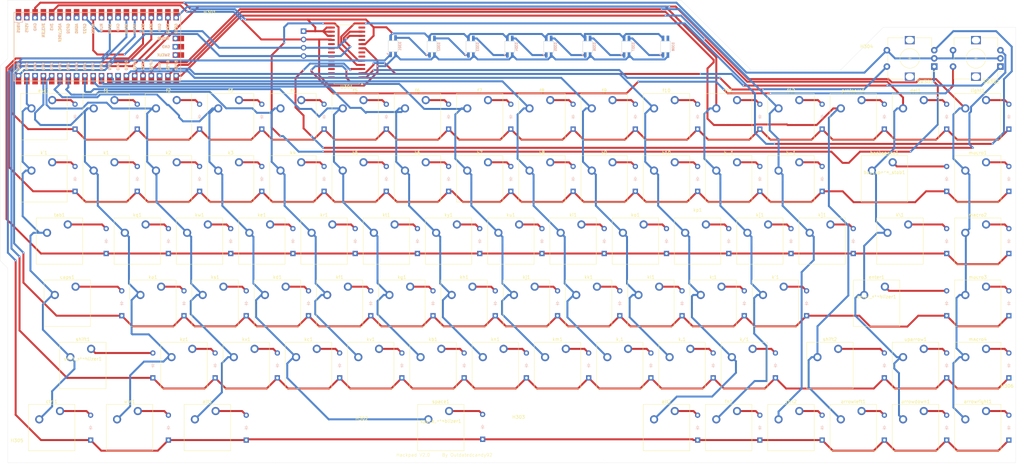
<source format=kicad_pcb>
(kicad_pcb (version 20240108) (generator "pcbnew") (generator_version "8.0")
  (layers (0 "F.Cu" signal) (31 "B.Cu" signal) (34 "B.Paste" user) (35 "F.Paste" user) (36 "B.SilkS" user "B.Silkscreen") (37 "F.SilkS" user "F.Silkscreen") (38 "B.Mask" user) (39 "F.Mask" user) (44 "Edge.Cuts" user))
  (net 0 "")
  (net 1 "Net-(D57-A)")
  (net 2 "Col3")
  (net 3 "Net-(D81-A)")
  (net 4 "Col11")
  (net 5 "Col15")
  (net 6 "Net-(D93-A)")
  (net 7 "Net-(D90-A)")
  (net 8 "Col14")
  (net 9 "Col16")
  (net 10 "Net-(D96-A)")
  (net 11 "Net-(D31-A)")
  (net 12 "Net-(D49-A)")
  (net 13 "Col1")
  (net 14 "Net-(D51-A)")
  (net 15 "Net-(D87-A)")
  (net 16 "Col13")
  (net 17 "Net-(D1-A)")
  (net 18 "Row1")
  (net 19 "Net-(D2-A)")
  (net 20 "Net-(D3-A)")
  (net 21 "Net-(D4-A)")
  (net 22 "Net-(D5-A)")
  (net 23 "Net-(D6-A)")
  (net 24 "Net-(D7-A)")
  (net 25 "Net-(D8-A)")
  (net 26 "Net-(D9-A)")
  (net 27 "Net-(D10-A)")
  (net 28 "Net-(D11-A)")
  (net 29 "Net-(D12-A)")
  (net 30 "Net-(D13-A)")
  (net 31 "Net-(D14-A)")
  (net 32 "Net-(D15-A)")
  (net 33 "Net-(D16-A)")
  (net 34 "Row2")
  (net 35 "Net-(D17-A)")
  (net 36 "Net-(D18-A)")
  (net 37 "Net-(D19-A)")
  (net 38 "Net-(D20-A)")
  (net 39 "Net-(D21-A)")
  (net 40 "Net-(D22-A)")
  (net 41 "Net-(D23-A)")
  (net 42 "Net-(D24-A)")
  (net 43 "Net-(D25-A)")
  (net 44 "Net-(D26-A)")
  (net 45 "Net-(D27-A)")
  (net 46 "Net-(D28-A)")
  (net 47 "Net-(D29-A)")
  (net 48 "Net-(D32-A)")
  (net 49 "Net-(D33-A)")
  (net 50 "Row3")
  (net 51 "Net-(D34-A)")
  (net 52 "Net-(D35-A)")
  (net 53 "Net-(D36-A)")
  (net 54 "Net-(D37-A)")
  (net 55 "Net-(D38-A)")
  (net 56 "Net-(D39-A)")
  (net 57 "Net-(D40-A)")
  (net 58 "Net-(D41-A)")
  (net 59 "Net-(D42-A)")
  (net 60 "Net-(D43-A)")
  (net 61 "Net-(D44-A)")
  (net 62 "Net-(D45-A)")
  (net 63 "Net-(D47-A)")
  (net 64 "Net-(D48-A)")
  (net 65 "Row4")
  (net 66 "Net-(D50-A)")
  (net 67 "Row5")
  (net 68 "Row6")
  (net 69 "Net-(D52-A)")
  (net 70 "Net-(D53-A)")
  (net 71 "Net-(D54-A)")
  (net 72 "Net-(D55-A)")
  (net 73 "Net-(D56-A)")
  (net 74 "Net-(D58-A)")
  (net 75 "Net-(D59-A)")
  (net 76 "Net-(D60-A)")
  (net 77 "Net-(D61-A)")
  (net 78 "Net-(D62-A)")
  (net 79 "Net-(D64-A)")
  (net 80 "Net-(D65-A)")
  (net 81 "Net-(D67-A)")
  (net 82 "Net-(D68-A)")
  (net 83 "Net-(D70-A)")
  (net 84 "Net-(D71-A)")
  (net 85 "Net-(D73-A)")
  (net 86 "Net-(D74-A)")
  (net 87 "Net-(D76-A)")
  (net 88 "Net-(D77-A)")
  (net 89 "Net-(D79-A)")
  (net 90 "Net-(D80-A)")
  (net 91 "Net-(D82-A)")
  (net 92 "Net-(D83-A)")
  (net 93 "Net-(D84-A)")
  (net 94 "Net-(D86-A)")
  (net 95 "Net-(D94-A)")
  (net 96 "Net-(D95-A)")
  (net 97 "Col2")
  (net 98 "Col4")
  (net 99 "Col5")
  (net 100 "Col6")
  (net 101 "Col7")
  (net 102 "Col8")
  (net 103 "Col9")
  (net 104 "Col10")
  (net 105 "Col12")
  (net 106 "Net-(D85-A)")
  (net 123 "Net-(D301-DOUT)")
  (net 124 "Net-(D302-DOUT)")
  (net 125 "Net-(D303-DOUT)")
  (net 126 "Net-(D304-DOUT)")
  (net 127 "Net-(D305-DOUT)")
  (net 128 "Net-(D306-DOUT)")
  (net 129 "Net-(D307-DOUT)")
  (net 130 "vdd")
  (net 131 "led")
  (net 132 "gnd")
  (net 134 "sda")
  (net 135 "scl")
  (net 136 "rotb2")
  (net 137 "rota2")
  (net 138 "sw2")
  (net 139 "rota")
  (net 140 "sw1")
  (net 141 "rotb")
  (footprint "ScottoKeebs_MX:MX_PCB_2.25u" (layer "F.Cu") (at 301.545625 146.446875)
    (property "Reference" "enter1")
    (property "Value" "Keyswitch")
  )
  (footprint "ScottoKeebs_MX:MX_PCB_1.00u" (layer "F.Cu") (at 199.151875 89.296875)
    (property "Reference" "f8")
    (property "Value" "Keyswitch")
  )
  (footprint "ScottoKeebs_MX:MX_PCB_1.00u" (layer "F.Cu") (at 161.051875 89.296875)
    (property "Reference" "f6")
    (property "Value" "Keyswitch")
  )
  (footprint "ScottoKeebs_MX:MX_PCB_1.00u" (layer "F.Cu") (at 156.289375 146.446875)
    (property "Reference" "kg1")
    (property "Value" "Keyswitch")
  )
  (footprint "MountingHole:MountingHole_2.2mm_M2" (layer "F.Cu") (at 144 185)
    (property "Reference" "H302")
    (property "Value" "MountingHole")
  )
  (footprint "MountingHole:MountingHole_2.2mm_M2" (layer "F.Cu") (at 341.5 175)
    (property "Reference" "H306")
    (property "Value" "MountingHole")
  )
  (footprint "ScottoKeebs_MX:MX_PCB_1.00u" (layer "F.Cu") (at 199.151875 108.346875)
    (property "Reference" "k8")
    (property "Value" "Keyswitch")
  )
  (footprint "ScottoKeebs_MCU:Raspberry_Pi_Pico" (layer "F.Cu") (at 63.103125 67.865625 90)
    (property "Reference" "U1" (hide yes))
    (property "Value" "Raspberry_Pi_Pico" (hide yes))
  )
  (footprint "ScottoKeebs_MX:MX_PCB_1.75u" (layer "F.Cu") (at 287.258125 165.496875)
    (property "Reference" "shift2")
    (property "Value" "Keyswitch")
  )
  (footprint "ScottoKeebs_Components:LED_SK6812MINI" (layer "F.Cu") (at 201.215625 67.865625 90)
    (property "Reference" "D305")
    (property "Value" "LED_SK6812MINI" (hide yes))
    (fp_line (start 1.7 -1.5) (end -1.7 -1.5) (stroke (width 0.12)) (layer "Edge.Cuts"))
    (fp_line (start -1.7 -1.5) (end -1.7 1.5) (stroke (width 0.12)) (layer "Edge.Cuts"))
    (fp_line (start 1.7 1.5) (end 1.7 -1.5) (stroke (width 0.12)) (layer "Edge.Cuts"))
    (fp_line (start -1.7 1.5) (end 1.7 1.5) (stroke (width 0.12)) (layer "Edge.Cuts"))
  )
  (footprint "ScottoKeebs_MX:MX_PCB_1.00u" (layer "F.Cu") (at 180.101875 89.296875)
    (property "Reference" "f7")
    (property "Value" "Keyswitch")
  )
  (footprint "ScottoKeebs_MX:MX_PCB_1.00u" (layer "F.Cu") (at 237.251875 184.546875)
    (property "Reference" "alt2")
    (property "Value" "Keyswitch")
  )
  (footprint "ScottoKeebs_MX:MX_PCB_1.00u" (layer "F.Cu") (at 232.489375 146.446875)
    (property "Reference" "kl1")
    (property "Value" "Keyswitch")
  )
  (footprint "ScottoKeebs_MX:MX_PCB_1.00u" (layer "F.Cu") (at 208.676875 127.396875)
    (property "Reference" "ki1")
    (property "Value" "Keyswitch")
  )
  (footprint "ScottoKeebs_MX:MX_PCB_1.00u" (layer "F.Cu") (at 284.876875 127.396875)
    (property "Reference" "k]1")
    (property "Value" "Keyswitch")
  )
  (footprint "ScottoKeebs_Stabilizer:Stabilizer_MX_2.00u" (layer "F.Cu") (at 303.926875 108.346875)
    (property "Reference" "backspace_stab1")
    (property "Value" "Keyswitch")
  )
  (footprint "ScottoKeebs_MX:MX_PCB_1.00u" (layer "F.Cu") (at 161.051875 108.346875)
    (property "Reference" "k6")
    (property "Value" "Keyswitch")
  )
  (footprint "ScottoKeebs_MX:MX_PCB_1.00u" (layer "F.Cu") (at 332.501875 127.396875)
    (property "Reference" "macro2")
    (property "Value" "Keyswitch")
  )
  (footprint "ScottoKeebs_MX:MX_PCB_1.00u" (layer "F.Cu") (at 94.376875 127.396875)
    (property "Reference" "kw1")
    (property "Value" "Keyswitch")
  )
  (footprint "ScottoKeebs_MX:MX_PCB_1.00u" (layer "F.Cu") (at 89.614375 165.496875)
    (property "Reference" "kz1")
    (property "Value" "Keyswitch")
  )
  (footprint "ScottoKeebs_Stabilizer:Stabilizer_MX_6.25u" (layer "F.Cu") (at 168.195625 184.546875)
    (property "Reference" "space_stablizer1")
    (property "Value" "Keyswitch")
  )
  (footprint "ScottoKeebs_MX:MX_PCB_2.00u" (layer "F.Cu") (at 303.926875 108.346875)
    (property "Reference" "backspace1")
    (property "Value" "Keyswitch")
  )
  (footprint "ScottoKeebs_MX:MX_PCB_1.25u" (layer "F.Cu") (at 72.945625 184.546875)
    (property "Reference" "win1")
    (property "Value" "Keyswitch")
  )
  (footprint "ScottoKeebs_MX:MX_PCB_1.00u" (layer "F.Cu") (at 332.501875 165.496875)
    (property "Reference" "macro4")
    (property "Value" "Keyswitch")
  )
  (footprint "ScottoKeebs_MX:MX_PCB_1.00u" (layer "F.Cu") (at 294.401875 184.546875)
    (property "Reference" "arrowleft1")
    (property "Value" "Keyswitch")
  )
  (footprint "ScottoKeebs_MX:MX_PCB_1.50u" (layer "F.Cu") (at 308.689375 127.396875)
    (property "Reference" "k\\1")
    (property "Value" "Keyswitch")
  )
  (footprint "ScottoKeebs_MX:MX_PCB_1.00u" (layer "F.Cu") (at 175.339375 146.446875)
    (property "Reference" "kh1")
    (property "Value" "Keyswitch")
  )
  (footprint "ScottoKeebs_MX:MX_PCB_1.00u" (layer "F.Cu") (at 313.451875 89.296875)
    (property "Reference" "del1")
    (property "Value" "Keyswitch")
  )
  (footprint "ScottoKeebs_Components:LED_SK6812MINI" (layer "F.Cu") (at 153.590625 67.696875 90)
    (property "Reference" "D301")
    (property "Value" "LED_SK6812MINI" (hide yes))
    (fp_line (start 1.7 -1.5) (end -1.7 -1.5) (stroke (width 0.12)) (layer "Edge.Cuts"))
    (fp_line (start -1.7 -1.5) (end -1.7 1.5) (stroke (width 0.12)) (layer "Edge.Cuts"))
    (fp_line (start 1.7 1.5) (end 1.7 -1.5) (stroke (width 0.12)) (layer "Edge.Cuts"))
    (fp_line (start -1.7 1.5) (end 1.7 1.5) (stroke (width 0.12)) (layer "Edge.Cuts"))
  )
  (footprint "ScottoKeebs_MX:MX_PCB_1.00u" (layer "F.Cu") (at 84.851875 108.346875)
    (property "Reference" "k2")
    (property "Value" "Keyswitch")
  )
  (footprint "ScottoKeebs_MX:MX_PCB_1.00u" (layer "F.Cu") (at 332.501875 108.346875)
    (property "Reference" "macro1")
    (property "Value" "Keyswitch")
  )
  (footprint "ScottoKeebs_MX:MX_PCB_1.00u" (layer "F.Cu") (at 142.001875 89.296875)
    (property "Reference" "f5")
    (property "Value" "Keyswitch")
  )
  (footprint "ScottoKeebs_MX:MX_PCB_1.00u" (layer "F.Cu") (at 332.501875 184.546875)
    (property "Reference" "arrowright1")
    (property "Value" "Keyswitch")
  )
  (footprint "ScottoKeebs_MX:MX_PCB_1.00u" (layer "F.Cu") (at 275.351875 108.346875)
    (property "Reference" "k=1")
    (property "Value" "Keyswitch")
  )
  (footprint "ScottoKeebs_MX:MX_PCB_1.00u" (layer "F.Cu") (at 165.814375 165.496875)
    (property "Reference" "kb1")
    (property "Value" "Keyswitch")
  )
  (footprint "ScottoKeebs_Components:LED_SK6812MINI" (layer "F.Cu") (at 177.403125 67.865625 90)
    (property "Reference" "D303")
    (property "Value" "LED_SK6812MINI" (hide yes))
    (fp_line (start 1.7 -1.5) (end -1.7 -1.5) (stroke (width 0.12)) (layer "Edge.Cuts"))
    (fp_line (start -1.7 -1.5) (end -1.7 1.5) (stroke (width 0.12)) (layer "Edge.Cuts"))
    (fp_line (start 1.7 1.5) (end 1.7 -1.5) (stroke (width 0.12)) (layer "Edge.Cuts"))
    (fp_line (start -1.7 1.5) (end 1.7 1.5) (stroke (width 0.12)) (layer "Edge.Cuts"))
  )
  (footprint "ScottoKeebs_MX:MX_PCB_1.00u" (layer "F.Cu") (at 332.501875 146.446875)
    (property "Reference" "macro3")
    (property "Value" "Keyswitch")
  )
  (footprint "ScottoKeebs_MX:MX_PCB_1.00u" (layer "F.Cu") (at 122.951875 108.346875)
    (property "Reference" "k4")
    (property "Value" "Keyswitch")
  )
  (footprint "ScottoKeebs_Stabilizer:Stabilizer_MX_2.00u" (layer "F.Cu") (at 301.545625 146.446875)
    (property "Reference" "enter_stablizer1")
    (property "Value" "Keyswitch")
  )
  (footprint "ScottoKeebs_MX:MX_PCB_1.00u" (layer "F.Cu") (at 246.776875 127.396875)
    (property "Reference" "kp1")
    (property "Value" "Keyswitch")
  )
  (footprint "ScottoKeebs_MX:MX_PCB_1.00u" (layer "F.Cu") (at 237.251875 89.296875)
    (property "Reference" "f10")
    (property "Value" "Keyswitch")
  )
  (footprint "ScottoKeebs_MX:MX_PCB_1.00u" (layer "F.Cu") (at 122.951875 89.296875)
    (property "Reference" "f4")
    (property "Value" "Keyswitch")
  )
  (footprint "ScottoKeebs_Components:LED_SK6812MINI" (layer "F.Cu") (at 213.121875 67.865625 90)
    (property "Reference" "D306")
    (property "Value" "LED_SK6812MINI" (hide yes))
    (fp_line (start 1.7 -1.5) (end -1.7 -1.5) (stroke (width 0.12)) (layer "Edge.Cuts"))
    (fp_line (start -1.7 -1.5) (end -1.7 1.5) (stroke (width 0.12)) (layer "Edge.Cuts"))
    (fp_line (start 1.7 1.5) (end 1.7 -1.5) (stroke (width 0.12)) (layer "Edge.Cuts"))
    (fp_line (start -1.7 1.5) (end 1.7 1.5) (stroke (width 0.12)) (layer "Edge.Cuts"))
  )
  (footprint "ScottoKeebs_MX:MX_PCB_6.25u" (layer "F.Cu") (at 168.195625 184.546875)
    (property "Reference" "space1")
    (property "Value" "Keyswitch" (hide yes))
  )
  (footprint "ScottoKeebs_MX:MX_PCB_1.00u" (layer "F.Cu") (at 118.189375 146.446875)
    (property "Reference" "kd1")
    (property "Value" "Keyswitch")
  )
  (footprint "ScottoKeebs_MX:MX_PCB_1.50u" (layer "F.Cu") (at 51.514375 127.396875)
    (property "Reference" "tab1")
    (property "Value" "Keyswitch")
  )
  (footprint "MountingHole:MountingHole_2.2mm_M2" (layer "F.Cu") (at 97.5 60.5)
    (property "Reference" "H301")
    (property "Value" "MountingHole")
  )
  (footprint "ScottoKeebs_MX:MX_PCB_1.00u" (layer "F.Cu") (at 170.576875 127.396875)
    (property "Reference" "ky1")
    (property "Value" "Keyswitch")
  )
  (footprint "ScottoKeebs_MX:MX_PCB_1.00u" (layer "F.Cu") (at 80.089375 146.446875)
    (property "Reference" "ka1")
    (property "Value" "Keyswitch")
  )
  (footprint "ScottoKeebs_MX:MX_PCB_1.00u" (layer "F.Cu") (at 275.351875 184.546875)
    (property "Reference" "ctrl2")
    (property "Value" "Keyswitch")
  )
  (footprint "Package_SO:SOIC-28W_7.5x17.9mm_P1.27mm" (layer "F.Cu") (at 139.3825 70.246875 180)
    (property "Reference" "U301")
    (property "Value" "MCP23017_SO")
  )
  (footprint "ScottoKeebs_MX:MX_PCB_1.00u" (layer "F.Cu") (at 189.626875 127.396875)
    (property "Reference" "ku1")
    (property "Value" "Keyswitch")
  )
  (footprint "ScottoKeebs_MX:MX_PCB_1.00u" (layer "F.Cu") (at 184.864375 165.496875)
    (property "Reference" "kn1")
    (property "Value" "Keyswitch")
  )
  (footprint "ScottoKeebs_MX:MX_PCB_1.00u" (layer "F.Cu") (at 180.101875 108.346875)
    (property "Reference" "k7")
    (property "Value" "Keyswitch")
  )
  (footprint "ScottoKeebs_MX:MX_PCB_1.00u" (layer "F.Cu") (at 227.726875 127.396875)
    (property "Reference" "ko1")
    (property "Value" "Keyswitch")
  )
  (footprint "ScottoKeebs_MX:MX_PCB_1.00u" (layer "F.Cu") (at 313.451875 184.546875)
    (property "Reference" "arrowdown1")
    (property "Value" "Keyswitch")
  )
  (footprint "Rotary_Encoder:RotaryEncoder_Alps_EC12E-Switch_Vertical_H20mm" (layer "F.Cu") (at 319.19375 73.9375 180)
    (property "Reference" "SW301")
    (property "Value" "RotaryEncoder_Switch")
  )
  (footprint "ScottoKeebs_MX:MX_PCB_1.00u" (layer "F.Cu") (at 46.751875 89.296875)
    (property "Reference" "esc1")
    (property "Value" "Keyswitch")
  )
  (footprint "MountingHole:MountingHole_2.2mm_M2" (layer "F.Cu") (at 298.5 71)
    (property "Reference" "H304")
    (property "Value" "MountingHole")
  )
  (footprint "ScottoKeebs_MX:MX_PCB_1.00u" (layer "F.Cu") (at 251.539375 146.446875)
    (property "Reference" "k;1")
    (property "Value" "Keyswitch")
  )
  (footprint "ScottoKeebs_MX:MX_PCB_1.00u" (layer "F.Cu") (at 218.201875 89.296875)
    (property "Reference" "f9")
    (property "Value" "Keyswitch")
  )
  (footprint "ScottoKeebs_MX:MX_PCB_1.00u" (layer "F.Cu") (at 146.764375 165.496875)
    (property "Reference" "kv1")
    (property "Value" "Keyswitch")
  )
  (footprint "ScottoKeebs_MX:MX_PCB_1.00u" (layer "F.Cu") (at 294.401875 89.296875)
    (property "Reference" "prntscrn1")
    (property "Value" "Keyswitch")
  )
  (footprint "ScottoKeebs_Components:LED_SK6812MINI" (layer "F.Cu") (at 165.496875 67.865625 90)
    (property "Reference" "D302")
    (property "Value" "LED_SK6812MINI" (hide yes))
    (fp_line (start 1.7 -1.5) (end -1.7 -1.5) (stroke (width 0.12)) (layer "Edge.Cuts"))
    (fp_line (start -1.7 -1.5) (end -1.7 1.5) (stroke (width 0.12)) (layer "Edge.Cuts"))
    (fp_line (start 1.7 1.5) (end 1.7 -1.5) (stroke (width 0.12)) (layer "Edge.Cuts"))
    (fp_line (start -1.7 1.5) (end 1.7 1.5) (stroke (width 0.12)) (layer "Edge.Cuts"))
  )
  (footprint "ScottoKeebs_MX:MX_PCB_1.00u" (layer "F.Cu") (at 108.664375 165.496875)
    (property "Reference" "kx1")
    (property "Value" "Keyswitch")
  )
  (footprint "MountingHole:MountingHole_2.2mm_M2" (layer "F.Cu") (at 38.5 191.690625)
    (property "Reference" "H305")
    (property "Value" "MountingHole")
  )
  (footprint "ScottoKeebs_MX:MX_PCB_1.00u" (layer "F.Cu") (at 127.714375 165.496875)
    (property "Reference" "kc1")
    (property "Value" "Keyswitch")
  )
  (footprint "ScottoKeebs_MX:MX_PCB_1.00u" (layer "F.Cu") (at 222.964375 165.496875)
    (property "Reference" "k,1")
    (property "Value" "Keyswitch")
  )
  (footprint "ScottoKeebs_MX:MX_PCB_2.25u" (layer "F.Cu") (at 58.658125 165.496875)
    (property "Reference" "shift1")
    (property "Value" "Keyswitch")
  )
  (footprint "ScottoKeebs_MX:MX_PCB_1.00u" (layer "F.Cu") (at 103.901875 89.296875)
    (property "Reference" "f3")
    (property "Value" "Keyswitch")
  )
  (footprint "ScottoKeebs_MX:MX_PCB_1.00u" (layer "F.Cu") (at 275.351875 89.296875)
    (property "Reference" "f12")
    (property "Value" "Keyswitch")
  )
  (footprint "ScottoKeebs_MX:MX_PCB_1.00u" (layer "F.Cu") (at 137.239375 146.446875)
    (property "Reference" "kf1")
    (property "Value" "Keyswitch")
  )
  (footprint "ScottoKeebs_Components:LED_SK6812MINI" (layer "F.Cu") (at 225.028125 67.865625 90)
    (property "Reference" "D307")
    (property "Value" "LED_SK6812MINI" (hide yes))
    (fp_line (start 1.7 -1.5) (end -1.7 -1.5) (stroke (width 0.12)) (layer "Edge.Cuts"))
    (fp_line (start -1.7 -1.5) (end -1.7 1.5) (stroke (width 0.12)) (layer "Edge.Cuts"))
    (fp_line (start 1.7 1.5) (end 1.7 -1.5) (stroke (width 0.12)) (layer "Edge.Cuts"))
    (fp_line (start -1.7 1.5) (end 1.7 1.5) (stroke (width 0.12)) (layer "Edge.Cuts"))
  )
  (footprint "ScottoKeebs_MX:MX_PCB_1.00u" (layer "F.Cu") (at 256.301875 108.346875)
    (property "Reference" "k-1")
    (property "Value" "Keyswitch")
  )
  (footprint "ScottoKeebs_MX:MX_PCB_1.00u" (layer "F.Cu") (at 256.301875 89.296875)
    (property "Reference" "f11")
    (property "Value" "Keyswitch")
  )
  (footprint "ScottoKeebs_MX:MX_PCB_1.00u" (layer "F.Cu") (at 113.426875 127.396875)
    (property "Reference" "ke1")
    (property "Value" "Keyswitch")
  )
  (footprint "ScottoKeebs_MX:MX_PCB_1.00u" (layer "F.Cu") (at 99.139375 146.446875)
    (property "Reference" "ks1")
    (property "Value" "Keyswitch")
  )
  (footprint "ScottoKeebs_MX:MX_PCB_1.00u" (layer "F.Cu") (at 256.301875 184.546875)
    (property "Reference" "fn1")
    (property "Value" "Keyswitch")
  )
  (footprint "ScottoKeebs_Components:LED_SK6812MINI" (layer "F.Cu") (at 189.309375 67.865625 90)
    (property "Reference" "D304")
    (property "Value" "LED_SK6812MINI" (hide yes))
    (fp_line (start 1.7 -1.5) (end -1.7 -1.5) (stroke (width 0.12)) (layer "Edge.Cuts"))
    (fp_line (start -1.7 -1.5) (end -1.7 1.5) (stroke (width 0.12)) (layer "Edge.Cuts"))
    (fp_line (start 1.7 1.5) (end 1.7 -1.5) (stroke (width 0.12)) (layer "Edge.Cuts"))
    (fp_line (start -1.7 1.5) (end 1.7 1.5) (stroke (width 0.12)) (layer "Edge.Cuts"))
  )
  (footprint "ScottoKeebs_MX:MX_PCB_1.00u" (layer "F.Cu") (at 65.801875 89.296875)
    (property "Reference" "f1")
    (property "Value" "Keyswitch")
  )
  (footprint "ScottoKeebs_MX:MX_PCB_1.00u" (layer "F.Cu") (at 132.476875 127.396875)
    (property "Reference" "kr1")
    (property "Value" "Keyswitch")
  )
  (footprint "ScottoKeebs_MX:MX_PCB_1.00u" (layer "F.Cu") (at 65.801875 108.346875)
    (property "Reference" "k1")
    (property "Value" "Keyswitch")
  )
  (footprint "ScottoKeebs_MX:MX_PCB_1.75u" (layer "F.Cu") (at 53.895625 146.446875)
    (property "Reference" "caps1")
    (property "Value" "Keyswitch")
  )
  (footprint "ScottoKeebs_MX:MX_PCB_1.00u" (layer "F.Cu") (at 213.439375 146.446875)
    (property "Reference" "kk1")
    (property "Value" "Keyswitch")
  )
  (footprint "ScottoKeebs_MX:MX_PCB_1.00u" (layer "F.Cu") (at 270.589375 146.446875)
    (property "Reference" "k'1")
    (property "Value" "Keyswitch")
  )
  (footprint "ScottoKeebs_MX:MX_PCB_1.00u" (layer "F.Cu") (at 313.451875 165.496875)
    (property "Reference" "uparrow1")
    (property "Value" "Keyswitch")
  )
  (footprint "ScottoKeebs_MX:MX_PCB_1.00u" (layer "F.Cu") (at 151.526875 127.396875)
    (property "Reference" "kt1")
    (property "Value" "Keyswitch")
  )
  (footprint "ScottoKeebs_MX:MX_PCB_1.00u" (layer "F.Cu") (at 261.064375 165.496875)
    (property "Reference" "k/1")
    (property "Value" "Keyswitch")
  )
  (footprint "MountingHole:MountingHole_2.2mm_M2" (layer "F.Cu") (at 192 184.5)
    (property "Reference" "H303")
    (property "Value" "MountingHole")
  )
  (footprint "ScottoKeebs_MX:MX_PCB_1.00u" (layer "F.Cu") (at 194.389375 146.446875)
    (property "Reference" "kj1")
    (property "Value" "Keyswitch")
  )
  (footprint "ScottoKeebs_MX:MX_PCB_1.00u" (layer "F.Cu") (at 75.326875 127.396875)
    (property "Reference" "kq1")
    (property "Value" "Keyswitch")
  )
  (footprint "ScottoKeebs_Stabilizer:Stabilizer_MX_2.00u" (layer "F.Cu") (at 58.658125 165.496875)
    (property "Reference" "shift_stablizer1")
    (property "Value" "Keyswitch")
  )
  (footprint "ScottoKeebs_MX:MX_PCB_1.00u" (layer "F.Cu") (at 142.001875 108.346875)
    (property "Reference" "k5")
    (property "Value" "Keyswitch")
  )
  (footprint "ScottoKeebs_MX:MX_PCB_1.25u" (layer "F.Cu") (at 96.758125 184.546875)
    (property "Reference" "alt1")
    (property "Value" "Keyswitch")
  )
  (footprint "ScottoKeebs_MX:MX_PCB_1.00u" (layer "F.Cu") (at 46.751875 108.346875)
    (property "Reference" "k`1")
    (property "Value" "Keyswitch")
  )
  (footprint "ScottoKeebs_MX:MX_PCB_1.00u" (layer "F.Cu") (at 265.826875 127.396875)
    (property "Reference" "k[1")
    (property "Value" "Keyswitch")
  )
  (footprint "ScottoKeebs_MX:MX_PCB_1.25u" (layer "F.Cu") (at 49.133125 184.546875)
    (property "Reference" "ctrl1")
    (property "Value" "Keyswitch")
  )
  (footprint "ScottoKeebs_MX:MX_PCB_1.00u" (layer "F.Cu") (at 84.851875 89.296875)
    (property "Reference" "f2")
    (property "Value" "Keyswitch")
  )
  (footprint "ScottoKeebs_Components:LED_SK6812MINI" (layer "F.Cu") (at 236.934375 67.865625 90)
    (property "Reference" "D308")
    (property "Value" "LED_SK6812MINI" (hide yes))
    (fp_line (start 1.7 -1.5) (end -1.7 -1.5) (stroke (width 0.12)) (layer "Edge.Cuts"))
    (fp_line (start -1.7 -1.5) (end -1.7 1.5) (stroke (width 0.12)) (layer "Edge.Cuts"))
    (fp_line (start 1.7 1.5) (end 1.7 -1.5) (stroke (width 0.12)) (layer "Edge.Cuts"))
    (fp_line (start -1.7 1.5) (end 1.7 1.5) (stroke (width 0.12)) (layer "Edge.Cuts"))
  )
  (footprint "ScottoKeebs_MX:MX_PCB_1.00u" (layer "F.Cu") (at 103.901875 108.346875)
    (property "Reference" "k3")
    (property "Value" "Keyswitch")
  )
  (footprint "ScottoKeebs_MX:MX_PCB_1.00u" (layer "F.Cu") (at 332.501875 89.296875)
    (property "Reference" "light1")
    (property "Value" "Keyswitch")
  )
  (footprint "ScottoKeebs_Components:OLED_128x32" (layer "F.Cu") (at 127.80625 72.903125 180)
    (property "Reference" "J302" (hide yes))
    (property "Value" "OLED_128x32")
  )
  (footprint "ScottoKeebs_MX:MX_PCB_1.00u" (layer "F.Cu") (at 203.914375 165.496875)
    (property "Reference" "km1")
    (property "Value" "Keyswitch")
  )
  (footprint "ScottoKeebs_MX:MX_PCB_1.00u" (layer "F.Cu") (at 218.201875 108.346875)
    (property "Reference" "k9")
    (property "Value" "Keyswitch")
  )
  (footprint "ScottoKeebs_MX:MX_PCB_1.00u" (layer "F.Cu") (at 237.251875 108.346875)
    (property "Reference" "k10")
    (property "Value" "Keyswitch")
  )
  (footprint "ScottoKeebs_MX:MX_PCB_1.00u" (layer "F.Cu") (at 242.014375 165.496875)
    (property "Reference" "k.1")
    (property "Value" "Keyswitch")
  )
  (footprint "Rotary_Encoder:RotaryEncoder_Alps_EC12E-Switch_Vertical_H20mm" (layer "F.Cu") (at 339.434375 73.9375 180)
    (property "Reference" "SW302")
    (property "Value" "RotaryEncoder_Switch")
  )
  (footprint "ScottoKeebs_Components:Diode_DO-35" (layer "B.Cu") (at 84.851875 131.206875 90)
    (property "Reference" "D34" (hide yes))
    (property "Value" "Diode" (hide yes))
  )
  (footprint "ScottoKeebs_Components:Diode_DO-35" (layer "B.Cu") (at 156.289375 169.306875 90)
    (property "Reference" "D62" (hide yes))
    (property "Value" "Diode" (hide yes))
  )
  (footprint "ScottoKeebs_Components:Diode_DO-35" (layer "B.Cu") (at 199.151875 131.206875 90)
    (property "Reference" "D40" (hide yes))
    (property "Value" "Diode" (hide yes))
  )
  (footprint "ScottoKeebs_Components:Diode_DO-35" (layer "B.Cu") (at 180.101875 131.206875 90)
    (property "Reference" "D39" (hide yes))
    (property "Value" "Diode" (hide yes))
  )
  (footprint "ScottoKeebs_Components:Diode_DO-35" (layer "B.Cu") (at 227.726875 93.106875 90)
    (property "Reference" "D10" (hide yes))
    (property "Value" "Diode" (hide yes))
  )
  (footprint "ScottoKeebs_Components:Diode_DO-35" (layer "B.Cu") (at 251.539375 169.306875 90)
    (property "Reference" "D77" (hide yes))
    (property "Value" "Diode" (hide yes))
  )
  (footprint "ScottoKeebs_Components:Diode_DO-35" (layer "B.Cu") (at 142.001875 131.206875 90)
    (property "Reference" "D37" (hide yes))
    (property "Value" "Diode" (hide yes))
  )
  (footprint "ScottoKeebs_Components:Diode_DO-35" (layer "B.Cu") (at 189.626875 112.156875 90)
    (property "Reference" "D24" (hide yes))
    (property "Value" "Diode" (hide yes))
  )
  (footprint "ScottoKeebs_Components:Diode_DO-35" (layer "B.Cu") (at 170.576875 93.106875 90)
    (property "Reference" "D7" (hide yes))
    (property "Value" "Diode" (hide yes))
  )
  (footprint "ScottoKeebs_Components:Diode_DO-35" (layer "B.Cu") (at 161.051875 131.206875 90)
    (property "Reference" "D38" (hide yes))
    (property "Value" "Diode" (hide yes))
  )
  (footprint "ScottoKeebs_Components:Diode_DO-35" (layer "B.Cu") (at 284.876875 188.356875 90)
    (property "Reference" "D87" (hide yes))
    (property "Value" "Diode" (hide yes))
  )
  (footprint "ScottoKeebs_Components:Diode_DO-35" (layer "B.Cu") (at 256.301875 131.206875 90)
    (property "Reference" "D43" (hide yes))
    (property "Value" "Diode" (hide yes))
  )
  (footprint "ScottoKeebs_Components:Diode_DO-35" (layer "B.Cu") (at 294.401875 131.206875 90)
    (property "Reference" "D45" (hide yes))
    (property "Value" "Diode" (hide yes))
  )
  (footprint "ScottoKeebs_Components:Diode_DO-35" (layer "B.Cu") (at 113.426875 112.156875 90)
    (property "Reference" "D20" (hide yes))
    (property "Value" "Diode" (hide yes))
  )
  (footprint "ScottoKeebs_Components:Diode_DO-35" (layer "B.Cu") (at 84.851875 188.356875 90)
    (property "Reference" "D54" (hide yes))
    (property "Value" "Diode" (hide yes))
  )
  (footprint "ScottoKeebs_Components:Diode_DO-35" (layer "B.Cu") (at 170.576875 112.156875 90)
    (property "Reference" "D23" (hide yes))
    (property "Value" "Diode" (hide yes))
  )
  (footprint "ScottoKeebs_Components:Diode_DO-35" (layer "B.Cu") (at 127.714375 150.256875 90)
    (property "Reference" "D58" (hide yes))
    (property "Value" "Diode" (hide yes))
  )
  (footprint "ScottoKeebs_Components:Diode_DO-35" (layer "B.Cu") (at 75.326875 112.156875 90)
    (property "Reference" "D18" (hide yes))
    (property "Value" "Diode" (hide yes))
  )
  (footprint "ScottoKeebs_Components:Diode_DO-35" (layer "B.Cu") (at 137.239375 169.306875 90)
    (property "Reference" "D59" (hide yes))
    (property "Value" "Diode" (hide yes))
  )
  (footprint "ScottoKeebs_Components:Diode_DO-35" (layer "B.Cu") (at 342.026875 150.256875 90)
    (property "Reference" "D94" (hide yes))
    (property "Value" "Diode" (hide yes))
  )
  (footprint "ScottoKeebs_Components:Diode_DO-35" (layer "B.Cu") (at 180.9875 188.11875 90)
    (property "Reference" "D60" (hide yes))
    (property "Value" "Diode" (hide yes))
  )
  (footprint "ScottoKeebs_Components:Diode_DO-35" (layer "B.Cu") (at 80.089375 169.306875 90)
    (property "Reference" "D50" (hide yes))
    (property "Value" "Diode" (hide yes))
  )
  (footprint "ScottoKeebs_Components:Diode_DO-35" (layer "B.Cu") (at 261.064375 150.256875 90)
    (property "Reference" "D79" (hide yes))
    (property "Value" "Diode" (hide yes))
  )
  (footprint "ScottoKeebs_Components:Diode_DO-35" (layer "B.Cu") (at 342.026875 93.106875 90)
    (property "Reference" "D16" (hide yes))
    (property "Value" "Diode" (hide yes))
  )
  (footprint "ScottoKeebs_Components:Diode_DO-35" (layer "B.Cu") (at 108.664375 150.256875 90)
    (property "Reference" "D55" (hide yes))
    (property "Value" "Diode" (hide yes))
  )
  (footprint "ScottoKeebs_Components:Diode_DO-35" (layer "B.Cu") (at 108.664375 188.356875 90)
    (property "Reference" "D57" (hide yes))
    (property "Value" "Diode" (hide yes))
  )
  (footprint "ScottoKeebs_Components:Diode_DO-35" (layer "B.Cu") (at 342.026875 188.356875 90)
    (property "Reference" "D96" (hide yes))
    (property "Value" "Diode" (hide yes))
  )
  (footprint "ScottoKeebs_Components:Diode_DO-35" (layer "B.Cu") (at 242.014375 150.256875 90)
    (property "Reference" "D76" (hide yes))
    (property "Value" "Diode" (hide yes))
  )
  (footprint "ScottoKeebs_Components:Diode_DO-35" (layer "B.Cu") (at 270.589375 169.306875 90)
    (property "Reference" "D80" (hide yes))
    (property "Value" "Diode" (hide yes))
  )
  (footprint "ScottoKeebs_Components:Diode_DO-35" (layer "B.Cu") (at 246.776875 112.156875 90)
    (property "Reference" "D27" (hide yes))
    (property "Value" "Diode" (hide yes))
  )
  (footprint "ScottoKeebs_Components:Diode_DO-35" (layer "B.Cu") (at 94.376875 112.156875 90)
    (property "Reference" "D19" (hide yes))
    (property "Value" "Diode" (hide yes))
  )
  (footprint "ScottoKeebs_Components:Diode_DO-35" (layer "B.Cu") (at 218.201875 131.206875 90)
    (property "Reference" "D41" (hide yes))
    (property "Value" "Diode" (hide yes))
  )
  (footprint "ScottoKeebs_Components:Diode_DO-35" (layer "B.Cu") (at 94.376875 93.106875 90)
    (property "Reference" "D3" (hide yes))
    (property "Value" "Diode" (hide yes))
  )
  (footprint "ScottoKeebs_Components:Diode_DO-35" (layer "B.Cu") (at 246.776875 93.106875 90)
    (property "Reference" "D11" (hide yes))
    (property "Value" "Diode" (hide yes))
  )
  (footprint "ScottoKeebs_Components:Diode_DO-35" (layer "B.Cu") (at 75.326875 93.106875 90)
    (property "Reference" "D2" (hide yes))
    (property "Value" "Diode" (hide yes))
  )
  (footprint "ScottoKeebs_Components:Diode_DO-35" (layer "B.Cu") (at 61.039375 188.356875 90)
    (property "Reference" "D51" (hide yes))
    (property "Value" "Diode" (hide yes))
  )
  (footprint "ScottoKeebs_Components:Diode_DO-35" (layer "B.Cu") (at 342.026875 131.206875 90)
    (property "Reference" "D48" (hide yes))
    (property "Value" "Diode" (hide yes))
  )
  (footprint "ScottoKeebs_Components:Diode_DO-35" (layer "B.Cu") (at 103.901875 131.206875 90)
    (property "Reference" "D35" (hide yes))
    (property "Value" "Diode" (hide yes))
  )
  (footprint "ScottoKeebs_Components:Diode_DO-35" (layer "B.Cu") (at 322.976875 93.106875 90)
    (property "Reference" "D15" (hide yes))
    (property "Value" "Diode" (hide yes))
  )
  (footprint "ScottoKeebs_Components:Diode_DO-35" (layer "B.Cu") (at 165.814375 150.256875 90)
    (property "Reference" "D64" (hide yes))
    (property "Value" "Diode" (hide yes))
  )
  (footprint "ScottoKeebs_Components:Diode_DO-35" (layer "B.Cu") (at 322.976875 112.156875 90)
    (property "Reference" "D31" (hide yes))
    (property "Value" "Diode" (hide yes))
  )
  (footprint "ScottoKeebs_Components:Diode_DO-35" (layer "B.Cu") (at 113.426875 93.106875 90)
    (property "Reference" "D4" (hide yes))
    (property "Value" "Diode" (hide yes))
  )
  (footprint "ScottoKeebs_Components:Diode_DO-35" (layer "B.Cu") (at 342.026875 169.306875 90)
    (property "Reference" "D95" (hide yes))
    (property "Value" "Diode" (hide yes))
  )
  (footprint "ScottoKeebs_Components:Diode_DO-35" (layer "B.Cu") (at 237.251875 131.206875 90)
    (property "Reference" "D42" (hide yes))
    (property "Value" "Diode" (hide yes))
  )
  (footprint "ScottoKeebs_Components:Diode_DO-35" (layer "B.Cu") (at 322.976875 150.256875 90)
    (property "Reference" "D85" (hide yes))
    (property "Value" "Diode" (hide yes))
  )
  (footprint "ScottoKeebs_Components:Diode_DO-35" (layer "B.Cu") (at 222.964375 150.256875 90)
    (property "Reference" "D73" (hide yes))
    (property "Value" "Diode" (hide yes))
  )
  (footprint "ScottoKeebs_Components:Diode_DO-35" (layer "B.Cu") (at 56.276875 93.106875 90)
    (property "Reference" "D1" (hide yes))
    (property "Value" "Diode" (hide yes))
  )
  (footprint "ScottoKeebs_Components:Diode_DO-35" (layer "B.Cu") (at 342.026875 112.156875 90)
    (property "Reference" "D32" (hide yes))
    (property "Value" "Diode" (hide yes))
  )
  (footprint "ScottoKeebs_Components:Diode_DO-35" (layer "B.Cu") (at 203.914375 150.256875 90)
    (property "Reference" "D70" (hide yes))
    (property "Value" "Diode" (hide yes))
  )
  (footprint "ScottoKeebs_Components:Diode_DO-35" (layer "B.Cu") (at 65.801875 131.206875 90)
    (property "Reference" "D33" (hide yes))
    (property "Value" "Diode" (hide yes))
  )
  (footprint "ScottoKeebs_Components:Diode_DO-35" (layer "B.Cu") (at 275.351875 131.206875 90)
    (property "Reference" "D44" (hide yes))
    (property "Value" "Diode" (hide yes))
  )
  (footprint "ScottoKeebs_Components:Diode_DO-35" (layer "B.Cu") (at 303.926875 188.356875 90)
    (property "Reference" "D90" (hide yes))
    (property "Value" "Diode" (hide yes))
  )
  (footprint "ScottoKeebs_Components:Diode_DO-35" (layer "B.Cu") (at 208.676875 93.106875 90)
    (property "Reference" "D9" (hide yes))
    (property "Value" "Diode" (hide yes))
  )
  (footprint "ScottoKeebs_Components:Diode_DO-35" (layer "B.Cu") (at 303.926875 93.106875 90)
    (property "Reference" "D14" (hide yes))
    (property "Value" "Diode" (hide yes))
  )
  (footprint "ScottoKeebs_Components:Diode_DO-35" (layer "B.Cu") (at 303.926875 169.306875 90)
    (property "Reference" "D83" (hide yes))
    (property "Value" "Diode" (hide yes))
  )
  (footprint "ScottoKeebs_Components:Diode_DO-35" (layer "B.Cu") (at 132.476875 112.156875 90)
    (property "Reference" "D21" (hide yes))
    (property "Value" "Diode" (hide yes))
  )
  (footprint "ScottoKeebs_Components:Diode_DO-35" (layer "B.Cu") (at 265.826875 188.356875 90)
    (property "Reference" "D84" (hide yes))
    (property "Value" "Diode" (hide yes))
  )
  (footprint "ScottoKeebs_Components:Diode_DO-35" (layer "B.Cu") (at 213.439375 169.306875 90)
    (property "Reference" "D71" (hide yes))
    (property "Value" "Diode" (hide yes))
  )
  (footprint "ScottoKeebs_Components:Diode_DO-35" (layer "B.Cu") (at 232.489375 169.306875 90)
    (property "Reference" "D74" (hide yes))
    (property "Value" "Diode" (hide yes))
  )
  (footprint "ScottoKeebs_Components:Diode_DO-35" (layer "B.Cu") (at 99.139375 169.306875 90)
    (property "Reference" "D53" (hide yes))
    (property "Value" "Diode" (hide yes))
  )
  (footprint "ScottoKeebs_Components:Diode_DO-35" (layer "B.Cu") (at 189.626875 93.106875 90)
    (property "Reference" "D8" (hide yes))
    (property "Value" "Diode" (hide yes))
  )
  (footprint "ScottoKeebs_Components:Diode_DO-35" (layer "B.Cu") (at 322.976875 169.306875 90)
    (property "Reference" "D86" (hide yes))
    (property "Value" "Diode" (hide yes))
  )
  (footprint "ScottoKeebs_Components:Diode_DO-35" (layer "B.Cu") (at 280.114375 150.256875 90)
    (property "Reference" "D82" (hide yes))
    (property "Value" "Diode" (hide yes))
  )
  (footprint "ScottoKeebs_Components:Diode_DO-35" (layer "B.Cu") (at 175.339375 169.306875 90)
    (property "Reference" "D65" (hide yes))
    (property "Value" "Diode" (hide yes))
  )
  (footprint "ScottoKeebs_Components:Diode_DO-35" (layer "B.Cu") (at 284.876875 112.156875 90)
    (property "Reference" "D29" (hide yes))
    (property "Value" "Diode" (hide yes))
  )
  (footprint "ScottoKeebs_Components:Diode_DO-35" (layer "B.Cu") (at 122.951875 131.206875 90)
    (property "Reference" "D36" (hide yes))
    (property "Value" "Diode" (hide yes))
  )
  (footprint "ScottoKeebs_Components:Diode_DO-35" (layer "B.Cu") (at 208.676875 112.156875 90)
    (property "Reference" "D25" (hide yes))
    (property "Value" "Diode" (hide yes))
  )
  (footprint "ScottoKeebs_Components:Diode_DO-35" (layer "B.Cu") (at 146.764375 150.256875 90)
    (property "Reference" "D61" (hide yes))
    (property "Value" "Diode" (hide yes))
  )
  (footprint "ScottoKeebs_Components:Diode_DO-35" (layer "B.Cu") (at 284.876875 93.106875 90)
    (property "Reference" "D13" (hide yes))
    (property "Value" "Diode" (hide yes))
  )
  (footprint "ScottoKeebs_Components:Diode_DO-35" (layer "B.Cu") (at 151.526875 93.106875 90)
    (property "Reference" "D6" (hide yes))
    (property "Value" "Diode" (hide yes))
  )
  (footprint "ScottoKeebs_Components:Diode_DO-35" (layer "B.Cu") (at 89.614375 150.256875 90)
    (property "Reference" "D52" (hide yes))
    (property "Value" "Diode" (hide yes))
  )
  (footprint "ScottoKeebs_Components:Diode_DO-35" (layer "B.Cu") (at 265.826875 112.156875 90)
    (property "Reference" "D28" (hide yes))
    (property "Value" "Diode" (hide yes))
  )
  (footprint "ScottoKeebs_Components:Diode_DO-35" (layer "B.Cu") (at 118.189375 169.306875 90)
    (property "Reference" "D56" (hide yes))
    (property "Value" "Diode" (hide yes))
  )
  (footprint "ScottoKeebs_Components:Diode_DO-35" (layer "B.Cu") (at 184.864375 150.256875 90)
    (property "Reference" "D67" (hide yes))
    (property "Value" "Diode" (hide yes))
  )
  (footprint "ScottoKeebs_Components:Diode_DO-35" (layer "B.Cu") (at 265.826875 93.106875 90)
    (property "Reference" "D12" (hide yes))
    (property "Value" "Diode" (hide yes))
  )
  (footprint "ScottoKeebs_Components:Diode_DO-35" (layer "B.Cu") (at 56.276875 112.156875 90)
    (property "Reference" "D17" (hide yes))
    (property "Value" "Diode" (hide yes))
  )
  (footprint "ScottoKeebs_Components:Diode_DO-35" (layer "B.Cu") (at 322.976875 188.356875 90)
    (property "Reference" "D93" (hide yes))
    (property "Value" "Diode" (hide yes))
  )
  (footprint "ScottoKeebs_Components:Diode_DO-35" (layer "B.Cu") (at 132.476875 93.106875 90)
    (property "Reference" "D5" (hide yes))
    (property "Value" "Diode" (hide yes))
  )
  (footprint "ScottoKeebs_Components:Diode_DO-35" (layer "B.Cu") (at 194.389375 169.306875 90)
    (property "Reference" "D68" (hide yes))
    (property "Value" "Diode" (hide yes))
  )
  (footprint "ScottoKeebs_Components:Diode_DO-35" (layer "B.Cu") (at 70.564375 150.256875 90)
    (property "Reference" "D49" (hide yes))
    (property "Value" "Diode" (hide yes))
  )
  (footprint "ScottoKeebs_Components:Diode_DO-35" (layer "B.Cu") (at 151.526875 112.156875 90)
    (property "Reference" "D22" (hide yes))
    (property "Value" "Diode" (hide yes))
  )
  (footprint "ScottoKeebs_Components:Diode_DO-35" (layer "B.Cu") (at 322.976875 131.206875 90)
    (property "Reference" "D47" (hide yes))
    (property "Value" "Diode" (hide yes))
  )
  (footprint "ScottoKeebs_Components:Diode_DO-35" (layer "B.Cu") (at 227.726875 112.156875 90)
    (property "Reference" "D26" (hide yes))
    (property "Value" "Diode" (hide yes))
  )
  (footprint "ScottoKeebs_Components:Diode_DO-35" (layer "B.Cu") (at 246.776875 188.356875 90)
    (property "Reference" "D81" (hide yes))
    (property "Value" "Diode" (hide yes))
  )
  (gr_line (start 290.5125 75.009375) (end 263.128125 75.009375) (stroke (width 0.05)) (layer "Edge.Cuts"))
  (gr_line (start 344.090625 195.2625) (end 344.090625 61.9125) (stroke (width 0.05)) (layer "Edge.Cuts"))
  (gr_line (start 35.71875 71.4375) (end 33.3375 73.81875) (stroke (width 0.05)) (layer "Edge.Cuts"))
  (gr_line (start 241.696875 53.578125) (end 35.71875 53.578125) (stroke (width 0.05)) (layer "Edge.Cuts"))
  (gr_line (start 303.609375 61.9125) (end 290.5125 75.009375) (stroke (width 0.05)) (layer "Edge.Cuts"))
  (gr_line (start 35.71875 53.578125) (end 35.71875 55.959375) (stroke (width 0.05)) (layer "Edge.Cuts"))
  (gr_line (start 33.3375 73.81875) (end 33.3375 133.35) (stroke (width 0.05)) (layer "Edge.Cuts"))
  (gr_line (start 35.71875 195.2625) (end 344.090625 195.2625) (stroke (width 0.05)) (layer "Edge.Cuts"))
  (gr_line (start 33.3375 133.35) (end 35.71875 135.73125) (stroke (width 0.05)) (layer "Edge.Cuts"))
  (gr_line (start 344.090625 61.9125) (end 303.609375 61.9125) (stroke (width 0.05)) (layer "Edge.Cuts"))
  (gr_line (start 263.128125 75.009375) (end 241.696875 53.578125) (stroke (width 0.05)) (layer "Edge.Cuts"))
  (gr_line (start 35.71875 55.959375) (end 35.71875 71.4375) (stroke (width 0.05)) (layer "Edge.Cuts"))
  (gr_line (start 35.71875 135.73125) (end 35.71875 195.2625) (stroke (width 0.05)) (layer "Edge.Cuts"))
  (gr_text "By Outdatedcandy92\n" (at 168.5 193.5 0) (layer "F.SilkS") (effects (font (size 1 1) (thickness 0.1)) (justify left bottom)))
  (gr_text "Hackpad V2.0" (at 154.5 193.5 -0) (layer "F.SilkS") (effects (font (size 1 1) (thickness 0.1)) (justify left bottom)))
  (segment (start 99.298125 179.466875) (end 107.394375 179.466875) (width 0.6) (layer "F.Cu") (net 1))
  (segment (start 107.394375 179.466875) (end 108.664375 180.736875) (width 0.6) (layer "F.Cu") (net 1))
  (segment (start 91.816874 126.106874) (end 91.816874 140.394374) (width 0.6) (layer "B.Cu") (net 2))
  (segment (start 81.041875 105.806875) (end 80.296621 105.806875) (width 0.6) (layer "B.Cu") (net 2))
  (segment (start 65.956875 85.006875) (end 67.736875 86.786875) (width 0.6) (layer "B.Cu") (net 2))
  (segment (start 91.678125 149.780625) (end 104.854375 162.956875) (width 0.6) (layer "B.Cu") (net 2))
  (segment (start 81.041875 86.756875) (end 79.930625 86.756875) (width 0.6) (layer "B.Cu") (net 2))
  (segment (start 67.736875 86.786875) (end 81.011875 86.786875) (width 0.6) (layer "B.Cu") (net 2))
  (segment (start 47.541875 85.641875) (end 48.686875 86.786875) (width 0.6) (layer "B.Cu") (net 2))
  (segment (start 103.086609 162.956875) (end 101.203125 164.840359) (width 0.6) (layer "B.Cu") (net 2))
  (segment (start 81.011875 86.786875) (end 81.041875 86.756875) (width 0.6) (layer "B.Cu") (net 2))
  (segment (start 58.469375 86.786875) (end 60.249375 85.006875) (width 0.6) (layer "B.Cu") (net 2))
  (segment (start 95.329375 143.906875) (end 93.561609 143.906875) (width 0.6) (layer "B.Cu") (net 2))
  (segment (start 81.196875 115.486875) (end 90.566875 124.856875) (width 0.6) (layer "B.Cu") (net 2))
  (segment (start 79.930625 86.756875) (end 78.346875 88.340625) (width 0.6) (layer "B.Cu") (net 2))
  (segment (start 81.041875 105.806875) (end 81.041875 107.076875) (width 0.6) (layer "B.Cu") (net 2))
  (segment (start 48.686875 86.786875) (end 58.469375 86.786875) (width 0.6) (layer "B.Cu") (net 2))
  (segment (start 49.133125 76.755625) (end 47.541875 78.346875) (width 0.6) (layer "B.Cu") (net 2))
  (segment (start 91.816874 140.394374) (end 95.329375 143.906875) (width 0.6) (layer "B.Cu") (net 2))
  (segment (start 104.854375 162.956875) (end 103.086609 162.956875) (width 0.6) (layer "B.Cu") (net 2))
  (segment (start 81.041875 86.756875) (end 80.883125 86.915625) (width 0.6) (layer "B.Cu") (net 2))
  (segment (start 81.041875 107.076875) (end 81.196875 107.231875) (width 0.6) (layer "B.Cu") (net 2))
  (segment (start 60.249375 85.006875) (end 65.956875 85.006875) (width 0.6) (layer "B.Cu") (net 2))
  (segment (start 81.196875 107.231875) (end 81.196875 115.486875) (width 0.6) (layer "B.Cu") (net 2))
  (segment (start 101.203125 173.751875) (end 92.948125 182.006875) (width 0.6) (layer "B.Cu") (net 2))
  (segment (start 91.678125 145.790359) (end 91.678125 149.780625) (width 0.6) (layer "B.Cu") (net 2))
  (segment (start 90.566875 124.856875) (end 91.816874 126.106874) (width 0.6) (layer "B.Cu") (net 2))
  (segment (start 47.541875 78.346875) (end 47.541875 85.641875) (width 0.6) (layer "B.Cu") (net 2))
  (segment (start 78.346875 103.111875) (end 81.041875 105.806875) (width 0.6) (layer "B.Cu") (net 2))
  (segment (start 93.561609 143.906875) (end 91.678125 145.790359) (width 0.6) (layer "B.Cu") (net 2))
  (segment (start 78.346875 88.340625) (end 78.346875 103.111875) (width 0.6) (layer "B.Cu") (net 2))
  (segment (start 101.203125 164.840359) (end 101.203125 173.751875) (width 0.6) (layer "B.Cu") (net 2))
  (segment (start 245.506875 179.466875) (end 246.776875 180.736875) (width 0.6) (layer "F.Cu") (net 3))
  (segment (start 239.791875 179.466875) (end 245.506875 179.466875) (width 0.6) (layer "F.Cu") (net 3))
  (segment (start 75.009375 74.605625) (end 75.009375 76.279375) (width 0.6) (layer "F.Cu") (net 4))
  (segment (start 75.009375 76.279375) (end 74.533125 76.755625) (width 0.6) (layer "F.Cu") (net 4))
  (via (at 75.009375 74.605625) (size 0.6) (drill 0.3) (layers "F.Cu" "B.Cu") (net 4))
  (segment (start 230.746875 103.111875) (end 230.746875 88.340625) (width 0.6) (layer "B.Cu") (net 4))
  (segment (start 233.441875 105.806875) (end 230.746875 103.111875) (width 0.6) (layer "B.Cu") (net 4))
  (segment (start 245.4275 143.906875) (end 247.729375 143.906875) (width 0.6) (layer "B.Cu") (net 4))
  (segment (start 240.426875 175.021875) (end 251.221875 175.021875) (width 0.6) (layer "B.Cu") (net 4))
  (segment (start 251.221875 175.021875) (end 258.504374 167.739376) (width 0.6) (layer "B.Cu") (net 4))
  (segment (start 242.966875 124.856875) (end 244.216874 126.106874) (width 0.6) (layer "B.Cu") (net 4))
  (segment (start 245.034375 144.3) (end 245.4275 143.906875) (width 0.6) (layer "B.Cu") (net 4))
  (segment (start 234.701875 107.066875) (end 234.701875 116.591875) (width 0.6) (layer "B.Cu") (net 4))
  (segment (start 92.86875 76.2) (end 91.274375 74.605625) (width 0.6) (layer "B.Cu") (net 4))
  (segment (start 258.504374 167.739376) (end 258.504374 164.206874) (width 0.6) (layer "B.Cu") (net 4))
  (segment (start 232.330625 86.756875) (end 233.441875 86.756875) (width 0.6) (layer "B.Cu") (net 4))
  (segment (start 233.441875 105.806875) (end 234.701875 107.066875) (width 0.6) (layer "B.Cu") (net 4))
  (segment (start 234.701875 116.591875) (end 242.966875 124.856875) (width 0.6) (layer "B.Cu") (net 4))
  (segment (start 233.441875 182.006875) (end 240.426875 175.021875) (width 0.6) (layer "B.Cu") (net 4))
  (segment (start 244.216874 140.394374) (end 247.729375 143.906875) (width 0.6) (layer "B.Cu") (net 4))
  (segment (start 257.254375 162.956875) (end 245.034375 150.736875) (width 0.6) (layer "B.Cu") (net 4))
  (segment (start 230.746875 88.340625) (end 232.330625 86.756875) (width 0.6) (layer "B.Cu") (net 4))
  (segment (start 91.274375 74.605625) (end 75.009375 74.605625) (width 0.6) (layer "B.Cu") (net 4))
  (segment (start 222.885 76.2) (end 92.86875 76.2) (width 0.6) (layer "B.Cu") (net 4))
  (segment (start 244.216874 126.106874) (end 244.216874 140.394374) (width 0.6) (layer "B.Cu") (net 4))
  (segment (start 233.441875 86.756875) (end 222.885 76.2) (width 0.6) (layer "B.Cu") (net 4))
  (segment (start 258.504374 164.206874) (end 257.254375 162.956875) (width 0.6) (layer "B.Cu") (net 4))
  (segment (start 245.034375 150.736875) (end 245.034375 144.3) (width 0.6) (layer "B.Cu") (net 4))
  (segment (start 304.8 78.58125) (end 309.641875 83.423125) (width 0.6) (layer "F.Cu") (net 5))
  (segment (start 107.15625 58.340625) (end 236.934375 58.340625) (width 0.6) (layer "F.Cu") (net 5))
  (segment (start 88.74125 76.755625) (end 107.15625 58.340625) (width 0.6) (layer "F.Cu") (net 5))
  (segment (start 309.641875 83.423125) (end 309.641875 86.756875) (width 0.6) (layer "F.Cu") (net 5))
  (segment (start 87.233125 76.755625) (end 88.74125 76.755625) (width 0.6) (layer "F.Cu") (net 5))
  (segment (start 261.9375 78.58125) (end 304.8 78.58125) (width 0.6) (layer "F.Cu") (net 5))
  (segment (start 248.840625 65.484375) (end 261.9375 78.58125) (width 0.6) (layer "F.Cu") (net 5))
  (via (at 236.934375 58.340625) (size 0.6) (drill 0.3) (layers "F.Cu" "B.Cu") (net 5))
  (via (at 248.840625 65.484375) (size 0.6) (drill 0.3) (layers "F.Cu" "B.Cu") (net 5))
  (segment (start 300.116875 105.806875) (end 306.946875 98.976875) (width 0.6) (layer "B.Cu") (net 5))
  (segment (start 306.946875 166.413123) (end 306.946875 164.906621) (width 0.6) (layer "B.Cu") (net 5))
  (segment (start 295.040625 150.264375) (end 295.040625 144.834109) (width 0.6) (layer "B.Cu") (net 5))
  (segment (start 306.946875 87.684109) (end 307.874109 86.756875) (width 0.6) (layer "B.Cu") (net 5))
  (segment (start 306.946875 164.906621) (end 308.896621 162.956875) (width 0.6) (layer "B.Cu") (net 5))
  (segment (start 236.934375 58.340625) (end 241.696875 58.340625) (width 0.6) (layer "B.Cu") (net 5))
  (segment (start 241.696875 58.340625) (end 248.840625 65.484375) (width 0.6) (layer "B.Cu") (net 5))
  (segment (start 304.879375 124.856875) (end 301.752871 124.856875) (width 0.6) (layer "B.Cu") (net 5))
  (segment (start 309.641875 162.956875) (end 307.733125 162.956875) (width 0.6) (layer "B.Cu") (net 5))
  (segment (start 297.735625 143.906875) (end 297.735625 128.874121) (width 0.6) (layer "B.Cu") (net 5))
  (segment (start 301.752871 124.856875) (end 297.735625 128.874121) (width 0.6) (layer "B.Cu") (net 5))
  (segment (start 306.946875 98.976875) (end 306.946875 87.684109) (width 0.6) (layer "B.Cu") (net 5))
  (segment (start 309.641875 182.006875) (end 308.391876 180.756876) (width 0.6) (layer "B.Cu") (net 5))
  (segment (start 308.896621 162.956875) (end 309.641875 162.956875) (width 0.6) (layer "B.Cu") (net 5))
  (segment (start 301.366874 107.056874) (end 301.366874 121.344374) (width 0.6) (layer "B.Cu") (net 5))
  (segment (start 307.733125 162.956875) (end 295.040625 150.264375) (width 0.6) (layer "B.Cu") (net 5))
  (segment (start 300.116875 105.806875) (end 301.366874 107.056874) (width 0.6) (layer "B.Cu") (net 5))
  (segment (start 295.040625 144.834109) (end 295.967859 143.906875) (width 0.6) (layer "B.Cu") (net 5))
  (segment (start 307.874109 86.756875) (end 309.641875 86.756875) (width 0.6) (layer "B.Cu") (net 5))
  (segment (start 295.967859 143.906875) (end 297.735625 143.906875) (width 0.6) (layer "B.Cu") (net 5))
  (segment (start 308.391876 180.756876) (end 308.391876 167.858124) (width 0.6) (layer "B.Cu") (net 5))
  (segment (start 308.391876 167.858124) (end 306.946875 166.413123) (width 0.6) (layer "B.Cu") (net 5))
  (segment (start 301.366874 121.344374) (end 304.879375 124.856875) (width 0.6) (layer "B.Cu") (net 5))
  (segment (start 315.991875 179.466875) (end 321.706875 179.466875) (width 0.6) (layer "F.Cu") (net 6))
  (segment (start 321.706875 179.466875) (end 322.976875 180.736875) (width 0.6) (layer "F.Cu") (net 6))
  (segment (start 296.941875 179.466875) (end 302.656875 179.466875) (width 0.6) (layer "F.Cu") (net 7))
  (segment (start 302.656875 179.466875) (end 303.926875 180.736875) (width 0.6) (layer "F.Cu") (net 7))
  (segment (start 84.693125 76.755625) (end 88.020625 73.428125) (width 0.6) (layer "F.Cu") (net 8))
  (segment (start 264.31875 91.678125) (end 274.12688 91.678125) (width 0.6) (layer "F.Cu") (net 8))
  (segment (start 251.691875 72.628125) (end 249.796875 74.523125) (width 0.6) (layer "F.Cu") (net 8))
  (segment (start 264.15 91.846875) (end 264.31875 91.678125) (width 0.6) (layer "F.Cu") (net 8))
  (segment (start 90.896875 73.428125) (end 107.15625 57.16875) (width 0.6) (layer "F.Cu") (net 8))
  (segment (start 249.796875 74.523125) (end 249.796875 89.887129) (width 0.6) (layer "F.Cu") (net 8))
  (segment (start 107.15625 57.16875) (end 236.953125 57.16875) (width 0.6) (layer "F.Cu") (net 8))
  (segment (start 249.796875 89.887129) (end 251.756621 91.846875) (width 0.6) (layer "F.Cu") (net 8))
  (segment (start 251.756621 91.846875) (end 264.15 91.846875) (width 0.6) (layer "F.Cu") (net 8))
  (segment (start 288.29 86.756875) (end 290.591875 86.756875) (width 0.6) (layer "F.Cu") (net 8))
  (segment (start 88.020625 73.428125) (end 90.896875 73.428125) (width 0.6) (layer "F.Cu") (net 8))
  (segment (start 283.2 91.846875) (end 288.29 86.756875) (width 0.6) (layer "F.Cu") (net 8))
  (segment (start 236.953125 57.16875) (end 251.691875 71.9075) (width 0.6) (layer "F.Cu") (net 8))
  (segment (start 274.12688 91.678125) (end 274.29563 91.846875) (width 0.6) (layer "F.Cu") (net 8))
  (segment (start 274.29563 91.846875) (end 283.2 91.846875) (width 0.6) (layer "F.Cu") (net 8))
  (segment (start 251.691875 71.9075) (end 251.691875 72.628125) (width 0.6) (layer "F.Cu") (net 8))
  (segment (start 283.448125 162.956875) (end 281.680359 162.956875) (width 0.6) (layer "B.Cu") (net 8))
  (segment (start 292.89375 122.634375) (end 292.89375 144.065625) (width 0.6) (layer "B.Cu") (net 8))
  (segment (start 283.448125 153.51125) (end 283.448125 162.956875) (width 0.6) (layer "B.Cu") (net 8))
  (segment (start 290.591875 86.756875) (end 289.846621 86.756875) (width 0.6) (layer "B.Cu") (net 8))
  (segment (start 292.89375 144.065625) (end 283.448125 153.51125) (width 0.6) (layer "B.Cu") (net 8))
  (segment (start 281.680359 162.956875) (end 280.753125 163.884109) (width 0.6) (layer "B.Cu") (net 8))
  (segment (start 280.753125 163.884109) (end 280.753125 172.168125) (width 0.6) (layer "B.Cu") (net 8))
  (segment (start 286.940625 89.662871) (end 286.940625 116.68125) (width 0.6) (layer "B.Cu") (net 8))
  (segment (start 286.940625 116.68125) (end 292.89375 122.634375) (width 0.6) (layer "B.Cu") (net 8))
  (segment (start 289.846621 86.756875) (end 286.940625 89.662871) (width 0.6) (layer "B.Cu") (net 8))
  (segment (start 280.753125 172.168125) (end 290.591875 182.006875) (width 0.6) (layer "B.Cu") (net 8))
  (segment (start 313.69375 78.7875) (end 306.196875 78.7875) (width 0.6) (layer "F.Cu") (net 9))
  (segment (start 314.7 77.78125) (end 313.69375 78.7875) (width 0.6) (layer "F.Cu") (net 9))
  (segment (start 305.190625 77.78125) (end 262.26887 77.78125) (width 0.6) (layer "F.Cu") (net 9))
  (segment (start 306.196875 78.7875) (end 305.190625 77.78125) (width 0.6) (layer "F.Cu") (net 9))
  (segment (start 319.71625 77.78125) (end 314.7 77.78125) (width 0.6) (layer "F.Cu") (net 9))
  (segment (start 328.691875 86.756875) (end 319.71625 77.78125) (width 0.6) (layer "F.Cu") (net 9))
  (segment (start 240.05637 55.56875) (end 238.125 55.56875) (width 0.6) (layer "F.Cu") (net 9))
  (segment (start 262.26887 77.78125) (end 240.05637 55.56875) (width 0.6) (layer "F.Cu") (net 9))
  (via (at 238.125 55.56875) (size 0.6) (drill 0.3) (layers "F.Cu" "B.Cu") (net 9))
  (segment (start 328.691875 86.756875) (end 326.924109 86.756875) (width 0.6) (layer "B.Cu") (net 9))
  (segment (start 328.691875 105.806875) (end 329.941874 107.056874) (width 0.6) (layer "B.Cu") (net 9))
  (segment (start 325.040625 88.640359) (end 325.040625 102.155625) (width 0.6) (layer "B.Cu") (net 9))
  (segment (start 328.846875 143.751875) (end 328.691875 143.906875) (width 0.6) (layer "B.Cu") (net 9))
  (segment (start 238.125 55.56875) (end 90.64 55.56875) (width 0.6) (layer "B.Cu") (net 9))
  (segment (start 328.691875 124.856875) (end 328.846875 125.011875) (width 0.6) (layer "B.Cu") (net 9))
  (segment (start 325.996875 160.261875) (end 328.691875 162.956875) (width 0.6) (layer "B.Cu") (net 9))
  (segment (start 328.846875 125.011875) (end 328.846875 143.751875) (width 0.6) (layer "B.Cu") (net 9))
  (segment (start 328.691875 105.806875) (end 327.946621 105.806875) (width 0.6) (layer "B.Cu") (net 9))
  (segment (start 328.691875 162.956875) (end 326.924109 162.956875) (width 0.6) (layer "B.Cu") (net 9))
  (segment (start 329.941874 107.056874) (end 329.941874 123.606876) (width 0.6) (layer "B.Cu") (net 9))
  (segment (start 325.996875 144.834109) (end 325.996875 160.261875) (width 0.6) (layer "B.Cu") (net 9))
  (segment (start 326.924109 86.756875) (end 325.040625 88.640359) (width 0.6) (layer "B.Cu") (net 9))
  (segment (start 326.924109 143.906875) (end 325.996875 144.834109) (width 0.6) (layer "B.Cu") (net 9))
  (segment (start 325.040625 102.155625) (end 328.691875 105.806875) (width 0.6) (layer "B.Cu") (net 9))
  (segment (start 326.924109 162.956875) (end 325.040625 164.840359) (width 0.6) (layer "B.Cu") (net 9))
  (segment (start 328.691875 143.906875) (end 326.924109 143.906875) (width 0.6) (layer "B.Cu") (net 9))
  (segment (start 329.941874 123.606876) (end 328.691875 124.856875) (width 0.6) (layer "B.Cu") (net 9))
  (segment (start 90.64 55.56875) (end 87.233125 58.975625) (width 0.6) (layer "B.Cu") (net 9))
  (segment (start 325.040625 178.355625) (end 328.691875 182.006875) (width 0.6) (layer "B.Cu") (net 9))
  (segment (start 325.040625 164.840359) (end 325.040625 178.355625) (width 0.6) (layer "B.Cu") (net 9))
  (segment (start 335.041875 179.466875) (end 340.756875 179.466875) (width 0.6) (layer "F.Cu") (net 10))
  (segment (start 340.756875 179.466875) (end 342.026875 180.736875) (width 0.6) (layer "F.Cu") (net 10))
  (segment (start 306.466875 103.266875) (end 307.736875 104.536875) (width 0.6) (layer "F.Cu") (net 11))
  (segment (start 307.736875 104.536875) (end 322.976875 104.536875) (width 0.6) (layer "F.Cu") (net 11))
  (segment (start 69.294375 141.366875) (end 70.564375 142.636875) (width 0.6) (layer "F.Cu") (net 12))
  (segment (start 56.435625 141.366875) (end 69.294375 141.366875) (width 0.6) (layer "F.Cu") (net 12))
  (segment (start 41.174109 86.756875) (end 40.246875 87.684109) (width 0.6) (layer "B.Cu") (net 13))
  (segment (start 56.098124 166.548751) (end 49.264025 173.38285) (width 0.6) (layer "B.Cu") (net 13))
  (segment (start 50.085625 143.906875) (end 50.00625 143.8275) (width 0.6) (layer "B.Cu") (net 13))
  (segment (start 49.264025 173.38285) (end 49.264025 178.065975) (width 0.6) (layer "B.Cu") (net 13))
  (segment (start 40.246875 87.684109) (end 40.246875 103.111875) (width 0.6) (layer "B.Cu") (net 13))
  (segment (start 50.00625 143.8275) (end 49.419746 143.8275) (width 0.6) (layer "B.Cu") (net 13))
  (segment (start 42.941875 86.756875) (end 41.174109 86.756875) (width 0.6) (layer "B.Cu") (net 13))
  (segment (start 43.555359 124.856875) (end 47.704375 124.856875) (width 0.6) (layer "B.Cu") (net 13))
  (segment (start 45.323125 124.856875) (end 40.246875 119.780625) (width 0.6) (layer "B.Cu") (net 13))
  (segment (start 41.513125 85.328125) (end 42.941875 86.756875) (width 0.6) (layer "B.Cu") (net 13))
  (segment (start 42.628125 125.784109) (end 43.555359 124.856875) (width 0.6) (layer "B.Cu") (net 13))
  (segment (start 42.628125 136.449375) (end 50.085625 143.906875) (width 0.6) (layer "B.Cu") (net 13))
  (segment (start 56.098124 164.206874) (end 56.098124 166.548751) (width 0.6) (layer "B.Cu") (net 13))
  (segment (start 42.941875 105.806875) (end 41.174109 105.806875) (width 0.6) (layer "B.Cu") (net 13))
  (segment (start 46.434375 154.543125) (end 54.848125 162.956875) (width 0.6) (layer "B.Cu") (net 13))
  (segment (start 42.628125 125.784109) (end 42.628125 136.449375) (width 0.6) (layer "B.Cu") (net 13))
  (segment (start 41.513125 76.755625) (end 41.513125 85.328125) (width 0.6) (layer "B.Cu") (net 13))
  (segment (start 46.434375 146.812871) (end 46.434375 154.543125) (width 0.6) (layer "B.Cu") (net 13))
  (segment (start 40.246875 106.734109) (end 40.246875 119.780625) (width 0.6) (layer "B.Cu") (net 13))
  (segment (start 40.246875 103.111875) (end 42.941875 105.806875) (width 0.6) (layer "B.Cu") (net 13))
  (segment (start 41.174109 105.806875) (end 40.246875 106.734109) (width 0.6) (layer "B.Cu") (net 13))
  (segment (start 49.419746 143.8275) (end 46.434375 146.812871) (width 0.6) (layer "B.Cu") (net 13))
  (segment (start 47.704375 124.856875) (end 45.323125 124.856875) (width 0.6) (layer "B.Cu") (net 13))
  (segment (start 54.848125 162.956875) (end 56.098124 164.206874) (width 0.6) (layer "B.Cu") (net 13))
  (segment (start 49.264025 178.065975) (end 45.323125 182.006875) (width 0.6) (layer "B.Cu") (net 13))
  (segment (start 51.673125 179.466875) (end 59.769375 179.466875) (width 0.6) (layer "F.Cu") (net 14))
  (segment (start 59.769375 179.466875) (end 61.039375 180.736875) (width 0.6) (layer "F.Cu") (net 14))
  (segment (start 283.606875 179.466875) (end 284.876875 180.736875) (width 0.6) (layer "F.Cu") (net 15))
  (segment (start 277.891875 179.466875) (end 283.606875 179.466875) (width 0.6) (layer "F.Cu") (net 15))
  (segment (start 79.613125 76.755625) (end 79.613125 75.168125) (width 0.6) (layer "F.Cu") (net 16))
  (segment (start 82.153125 72.628125) (end 90.4875 72.628125) (width 0.6) (layer "F.Cu") (net 16))
  (segment (start 106.746875 56.36875) (end 235.74375 56.36875) (width 0.6) (layer "F.Cu") (net 16))
  (segment (start 90.4875 72.628125) (end 106.746875 56.36875) (width 0.6) (layer "F.Cu") (net 16))
  (segment (start 79.771875 75.009375) (end 82.153125 72.628125) (width 0.6) (layer "F.Cu") (net 16))
  (segment (start 79.613125 75.168125) (end 79.771875 75.009375) (width 0.6) (layer "F.Cu") (net 16))
  (via (at 235.74375 56.36875) (size 0.6) (drill 0.3) (layers "F.Cu" "B.Cu") (net 16))
  (segment (start 272.791874 116.581874) (end 281.066875 124.856875) (width 0.6) (layer "B.Cu") (net 16))
  (segment (start 270.430625 86.756875) (end 271.541875 86.756875) (width 0.6) (layer "B.Cu") (net 16))
  (segment (start 271.541875 105.806875) (end 272.791874 107.056874) (width 0.6) (layer "B.Cu") (net 16))
  (segment (start 278.60625 172.56125) (end 278.60625 136.921875) (width 0.6) (layer "B.Cu") (net 16))
  (segment (start 278.60625 136.921875) (end 282.316874 133.211251) (width 0.6) (layer "B.Cu") (net 16))
  (segment (start 271.541875 179.625625) (end 278.60625 172.56125) (width 0.6) (layer "B.Cu") (net 16))
  (segment (start 268.846875 93.526875) (end 268.846875 88.340625) (width 0.6) (layer "B.Cu") (net 16))
  (segment (start 282.316874 133.211251) (end 282.316874 126.106874) (width 0.6) (layer "B.Cu") (net 16))
  (segment (start 235.74375 56.36875) (end 241.15375 56.36875) (width 0.6) (layer "B.Cu") (net 16))
  (segment (start 271.541875 96.221875) (end 268.846875 93.526875) (width 0.6) (layer "B.Cu") (net 16))
  (segment (start 272.791874 107.056874) (end 272.791874 116.581874) (width 0.6) (layer "B.Cu") (net 16))
  (segment (start 271.541875 182.006875) (end 271.541875 179.625625) (width 0.6) (layer "B.Cu") (net 16))
  (segment (start 241.15375 56.36875) (end 271.541875 86.756875) (width 0.6) (layer "B.Cu") (net 16))
  (segment (start 268.846875 88.340625) (end 270.430625 86.756875) (width 0.6) (layer "B.Cu") (net 16))
  (segment (start 271.541875 105.806875) (end 271.541875 96.221875) (width 0.6) (layer "B.Cu") (net 16))
  (segment (start 282.316874 126.106874) (end 281.066875 124.856875) (width 0.6) (layer "B.Cu") (net 16))
  (segment (start 49.291875 84.216875) (end 55.006875 84.216875) (width 0.6) (layer "F.Cu") (net 17))
  (segment (start 55.006875 84.216875) (end 56.276875 85.486875) (width 0.6) (layer "F.Cu") (net 17))
  (segment (start 230.979375 96.359375) (end 227.726875 93.106875) (width 0.6) (layer "F.Cu") (net 18))
  (segment (start 284.876875 93.106875) (end 281.624375 96.359375) (width 0.6) (layer "F.Cu") (net 18))
  (segment (start 192.879375 96.359375) (end 189.626875 93.106875) (width 0.6) (layer "F.Cu") (net 18))
  (segment (start 116.679375 96.359375) (end 113.426875 93.106875) (width 0.6) (layer "F.Cu") (net 18))
  (segment (start 148.274375 96.359375) (end 135.729375 96.359375) (width 0.6) (layer "F.Cu") (net 18))
  (segment (start 132.476875 93.106875) (end 129.224375 96.359375) (width 0.6) (layer "F.Cu") (net 18))
  (segment (start 73.81875 73.81875) (end 84.693125 62.944375) (width 0.6) (layer "F.Cu") (net 18))
  (segment (start 97.629375 96.359375) (end 94.376875 93.106875) (width 0.6) (layer "F.Cu") (net 18))
  (segment (start 250.029375 96.359375) (end 246.776875 93.106875) (width 0.6) (layer "F.Cu") (net 18))
  (segment (start 262.574375 96.359375) (end 250.029375 96.359375) (width 0.6) (layer "F.Cu") (net 18))
  (segment (start 205.424375 96.359375) (end 192.879375 96.359375) (width 0.6) (layer "F.Cu") (net 18))
  (segment (start 94.376875 93.106875) (end 91.124375 96.359375) (width 0.6) (layer "F.Cu") (net 18))
  (segment (start 307.179375 96.359375) (end 303.926875 93.106875) (width 0.6) (layer "F.Cu") (net 18))
  (segment (start 281.624375 96.359375) (end 269.079375 96.359375) (width 0.6) (layer "F.Cu") (net 18))
  (segment (start 269.079375 96.359375) (end 265.826875 93.106875) (width 0.6) (layer "F.Cu") (net 18))
  (segment (start 342.026875 93.106875) (end 338.774375 96.359375) (width 0.6) (layer "F.Cu") (net 18))
  (segment (start 36.909375 88.10625) (end 36.909375 75.009375) (width 0.6) (layer "F.Cu") (net 18))
  (segment (start 243.524375 96.359375) (end 230.979375 96.359375) (width 0.6) (layer "F.Cu") (net 18))
  (segment (start 224.474375 96.359375) (end 211.929375 96.359375) (width 0.6) (layer "F.Cu") (net 18))
  (segment (start 246.776875 93.106875) (end 243.524375 96.359375) (width 0.6) (layer "F.Cu") (net 18))
  (segment (start 322.976875 93.106875) (end 319.724375 96.359375) (width 0.6) (layer "F.Cu") (net 18))
  (segment (start 186.374375 96.359375) (end 173.829375 96.359375) (width 0.6) (layer "F.Cu") (net 18))
  (segment (start 211.929375 96.359375) (end 208.676875 93.106875) (width 0.6) (layer "F.Cu") (net 18))
  (segment (start 326.229375 96.359375) (end 322.976875 93.106875) (width 0.6) (layer "F.Cu") (net 18))
  (segment (start 84.693125 62.944375) (end 84.693125 58.975625) (width 0.6) (layer "F.Cu") (net 18))
  (segment (start 170.576875 93.106875) (end 167.324375 96.359375) (width 0.6) (layer "F.Cu") (net 18))
  (segment (start 41.91 93.106875) (end 36.909375 88.10625) (width 0.6) (layer "F.Cu") (net 18))
  (segment (start 36.909375 75.009375) (end 38.1 73.81875) (width 0.6) (layer "F.Cu") (net 18))
  (segment (start 288.129375 96.359375) (end 284.876875 93.106875) (width 0.6) (layer "F.Cu") (net 18))
  (segment (start 208.676875 93.106875) (end 205.424375 96.359375) (width 0.6) (layer "F.Cu") (net 18))
  (segment (start 319.724375 96.359375) (end 307.179375 96.359375) (width 0.6) (layer "F.Cu") (net 18))
  (segment (start 265.826875 93.106875) (end 262.574375 96.359375) (width 0.6) (layer "F.Cu") (net 18))
  (segment (start 110.174375 96.359375) (end 97.629375 96.359375) (width 0.6) (layer "F.Cu") (net 18))
  (segment (start 72.074375 96.359375) (end 59.529375 96.359375) (width 0.6) (layer "F.Cu") (net 18))
  (segment (start 227.726875 93.106875) (end 224.474375 96.359375) (width 0.6) (layer "F.Cu") (net 18))
  (segment (start 338.774375 96.359375) (end 326.229375 96.359375) (width 0.6) (layer "F.Cu") (net 18))
  (segment (start 173.829375 96.359375) (end 170.576875 93.106875) (width 0.6) (layer "F.Cu") (net 18))
  (segment (start 75.326875 93.106875) (end 72.074375 96.359375) (width 0.6) (layer "F.Cu") (net 18))
  (segment (start 91.124375 96.359375) (end 78.579375 96.359375) (width 0.6) (layer "F.Cu") (net 18))
  (segment (start 56.276875 93.106875) (end 41.91 93.106875) (width 0.6) (layer "F.Cu") (net 18))
  (segment (start 189.626875 93.106875) (end 186.374375 96.359375) (width 0.6) (layer "F.Cu") (net 18))
  (segment (start 113.426875 93.106875) (end 110.174375 96.359375) (width 0.6) (layer "F.Cu") (net 18))
  (segment (start 303.926875 93.106875) (end 300.674375 96.359375) (width 0.6) (layer "F.Cu") (net 18))
  (segment (start 135.729375 96.359375) (end 132.476875 93.106875) (width 0.6) (layer "F.Cu") (net 18))
  (segment (start 129.224375 96.359375) (end 116.679375 96.359375) (width 0.6) (layer "F.Cu") (net 18))
  (segment (start 151.526875 93.106875) (end 148.274375 96.359375) (width 0.6) (layer "F.Cu") (net 18))
  (segment (start 78.579375 96.359375) (end 75.326875 93.106875) (width 0.6) (layer "F.Cu") (net 18))
  (segment (start 154.779375 96.359375) (end 151.526875 93.106875) (width 0.6) (layer "F.Cu") (net 18))
  (segment (start 167.324375 96.359375) (end 154.779375 96.359375) (width 0.6) (layer "F.Cu") (net 18))
  (segment (start 300.674375 96.359375) (end 288.129375 96.359375) (width 0.6) (layer "F.Cu") (net 18))
  (segment (start 59.529375 96.359375) (end 56.276875 93.106875) (width 0.6) (layer "F.Cu") (net 18))
  (segment (start 38.1 73.81875) (end 73.81875 73.81875) (width 0.6) (layer "F.Cu") (net 18))
  (segment (start 74.056875 84.216875) (end 75.326875 85.486875) (width 0.6) (layer "F.Cu") (net 19))
  (segment (start 68.341875 84.216875) (end 74.056875 84.216875) (width 0.6) (layer "F.Cu") (net 19))
  (segment (start 93.106875 84.216875) (end 94.376875 85.486875) (width 0.6) (layer "F.Cu") (net 20))
  (segment (start 87.391875 84.216875) (end 93.106875 84.216875) (width 0.6) (layer "F.Cu") (net 20))
  (segment (start 112.156875 84.216875) (end 113.426875 85.486875) (width 0.6) (layer "F.Cu") (net 21))
  (segment (start 106.441875 84.216875) (end 112.156875 84.216875) (width 0.6) (layer "F.Cu") (net 21))
  (segment (start 131.206875 84.216875) (end 132.476875 85.486875) (width 0.6) (layer "F.Cu") (net 22))
  (segment (start 125.491875 84.216875) (end 131.206875 84.216875) (width 0.6) (layer "F.Cu") (net 22))
  (segment (start 144.541875 84.216875) (end 150.256875 84.216875) (width 0.6) (layer "F.Cu") (net 23))
  (segment (start 150.256875 84.216875) (end 151.526875 85.486875) (width 0.6) (layer "F.Cu") (net 23))
  (segment (start 163.591875 84.216875) (end 169.306875 84.216875) (width 0.6) (layer "F.Cu") (net 24))
  (segment (start 169.306875 84.216875) (end 170.576875 85.486875) (width 0.6) (layer "F.Cu") (net 24))
  (segment (start 188.356875 84.216875) (end 189.626875 85.486875) (width 0.6) (layer "F.Cu") (net 25))
  (segment (start 182.641875 84.216875) (end 188.356875 84.216875) (width 0.6) (layer "F.Cu") (net 25))
  (segment (start 201.691875 84.216875) (end 207.406875 84.216875) (width 0.6) (layer "F.Cu") (net 26))
  (segment (start 207.406875 84.216875) (end 208.676875 85.486875) (width 0.6) (layer "F.Cu") (net 26))
  (segment (start 220.741875 84.216875) (end 226.456875 84.216875) (width 0.6) (layer "F.Cu") (net 27))
  (segment (start 226.456875 84.216875) (end 227.726875 85.486875) (width 0.6) (layer "F.Cu") (net 27))
  (segment (start 239.791875 84.216875) (end 245.506875 84.216875) (width 0.6) (layer "F.Cu") (net 28))
  (segment (start 245.506875 84.216875) (end 246.776875 85.486875) (width 0.6) (layer "F.Cu") (net 28))
  (segment (start 264.556875 84.216875) (end 265.826875 85.486875) (width 0.6) (layer "F.Cu") (net 29))
  (segment (start 258.841875 84.216875) (end 264.556875 84.216875) (width 0.6) (layer "F.Cu") (net 29))
  (segment (start 283.606875 84.216875) (end 284.876875 85.486875) (width 0.6) (layer "F.Cu") (net 30))
  (segment (start 277.891875 84.216875) (end 283.606875 84.216875) (width 0.6) (layer "F.Cu") (net 30))
  (segment (start 302.656875 84.216875) (end 303.926875 85.486875) (width 0.6) (layer "F.Cu") (net 31))
  (segment (start 296.941875 84.216875) (end 302.656875 84.216875) (width 0.6) (layer "F.Cu") (net 31))
  (segment (start 315.991875 84.216875) (end 321.706875 84.216875) (width 0.6) (layer "F.Cu") (net 32))
  (segment (start 321.706875 84.216875) (end 322.976875 85.486875) (width 0.6) (layer "F.Cu") (net 32))
  (segment (start 340.756875 84.216875) (end 342.026875 85.486875) (width 0.6) (layer "F.Cu") (net 33))
  (segment (start 335.041875 84.216875) (end 340.756875 84.216875) (width 0.6) (layer "F.Cu") (net 33))
  (segment (start 148.274375 115.409375) (end 151.526875 112.156875) (width 0.6) (layer "F.Cu") (net 34))
  (segment (start 75.326875 112.156875) (end 78.579375 115.409375) (width 0.6) (layer "F.Cu") (net 34))
  (segment (start 94.376875 112.156875) (end 97.629375 115.409375) (width 0.6) (layer "F.Cu") (net 34))
  (segment (start 154.779375 115.409375) (end 167.324375 115.409375) (width 0.6) (layer "F.Cu") (net 34))
  (segment (start 246.776875 112.156875) (end 250.029375 115.409375) (width 0.6) (layer "F.Cu") (net 34))
  (segment (start 211.929375 115.409375) (end 224.474375 115.409375) (width 0.6) (layer "F.Cu") (net 34))
  (segment (start 132.476875 112.156875) (end 135.729375 115.409375) (width 0.6) (layer "F.Cu") (net 34))
  (segment (start 316.682257 112.156875) (end 322.976875 112.156875) (width 0.6) (layer "F.Cu") (net 34))
  (segment (start 250.029375 115.409375) (end 262.574375 115.409375) (width 0.6) (layer "F.Cu") (net 34))
  (segment (start 243.524375 115.409375) (end 246.776875 112.156875) (width 0.6) (layer "F.Cu") (net 34))
  (segment (start 269.079375 115.409375) (end 281.624375 115.409375) (width 0.6) (layer "F.Cu") (net 34))
  (segment (start 91.124375 115.409375) (end 94.376875 112.156875) (width 0.6) (layer "F.Cu") (net 34))
  (segment (start 38.1 72.628125) (end 72.628125 72.628125) (width 0.6) (layer "F.Cu") (net 34))
  (segment (start 43.466621 112.156875) (end 36.109375 104.799629) (width 0.6) (layer "F.Cu") (net 34))
  (segment (start 72.628125 72.628125) (end 79.613125 65.643125) (width 0.6) (layer "F.Cu") (net 34))
  (segment (start 281.624375 115.409375) (end 284.876875 112.156875) (width 0.6) (layer "F.Cu") (net 34))
  (segment (start 265.826875 112.156875) (end 269.079375 115.409375) (width 0.6) (layer "F.Cu") (net 34))
  (segment (start 294.505243 115.490625) (end 313.348507 115.490625) (width 0.6) (layer "F.Cu") (net 34))
  (segment (start 36.109375 104.799629) (end 36.109375 74.61875) (width 0.6) (layer "F.Cu") (net 34))
  (segment (start 189.626875 112.156875) (end 192.879375 115.409375) (width 0.6) (layer "F.Cu") (net 34))
  (segment (start 79.613125 65.643125) (end 79.613125 58.975625) (width 0.6) (layer "F.Cu") (net 34))
  (segment (start 116.679375 115.409375) (end 129.224375 115.409375) (width 0.6) (layer "F.Cu") (net 34))
  (segment (start 135.729375 115.409375) (end 148.274375 115.409375) (width 0.6) (layer "F.Cu") (net 34))
  (segment (start 205.424375 115.409375) (end 208.676875 112.156875) (width 0.6) (layer "F.Cu") (net 34))
  (segment (start 151.526875 112.156875) (end 154.779375 115.409375) (width 0.6) (layer "F.Cu") (net 34))
  (segment (start 113.426875 112.156875) (end 116.679375 115.409375) (width 0.6) (layer "F.Cu") (net 34))
  (segment (start 224.474375 115.409375) (end 227.726875 112.156875) (width 0.6) (layer "F.Cu") (net 34))
  (segment (start 338.774375 115.409375) (end 342.026875 112.156875) (width 0.6) (layer "F.Cu") (net 34))
  (segment (start 56.276875 112.156875) (end 43.466621 112.156875) (width 0.6) (layer "F.Cu") (net 34))
  (segment (start 186.374375 115.409375) (end 189.626875 112.156875) (width 0.6) (layer "F.Cu") (net 34))
  (segment (start 97.629375 115.409375) (end 110.174375 115.409375) (width 0.6) (layer "F.Cu") (net 34))
  (segment (start 129.224375 115.409375) (end 132.476875 112.156875) (width 0.6) (layer "F.Cu") (net 34))
  (segment (start 170.576875 112.156875) (end 171.688125 112.156875) (width 0.6) (layer "F.Cu") (net 34))
  (segment (start 230.979375 115.409375) (end 243.524375 115.409375) (width 0.6) (layer "F.Cu") (net 34))
  (segment (start 322.976875 112.156875) (end 326.229375 115.409375) (width 0.6) (layer "F.Cu") (net 34))
  (segment (start 326.229375 115.409375) (end 338.774375 115.409375) (width 0.6) (layer "F.Cu") (net 34))
  (segment (start 262.574375 115.409375) (end 265.826875 112.156875) (width 0.6) (layer "F.Cu") (net 34))
  (segment (start 36.109375 74.61875) (end 38.1 72.628125) (width 0.6) (layer "F.Cu") (net 34))
  (segment (start 192.879375 115.409375) (end 205.424375 115.409375) (width 0.6) (layer "F.Cu") (net 34))
  (segment (start 78.579375 115.409375) (end 91.124375 115.409375) (width 0.6) (layer "F.Cu") (net 34))
  (segment (start 208.676875 112.156875) (end 211.929375 115.409375) (width 0.6) (layer "F.Cu") (net 34))
  (segment (start 171.688125 112.156875) (end 174.940625 115.409375) (width 0.6) (layer "F.Cu") (net 34))
  (segment (start 56.276875 112.156875) (end 59.529375 115.409375) (width 0.6) (layer "F.Cu") (net 34))
  (segment (start 174.940625 115.409375) (end 186.374375 115.409375) (width 0.6) (layer "F.Cu") (net 34))
  (segment (start 313.348507 115.490625) (end 316.682257 112.156875) (width 0.6) (layer "F.Cu") (net 34))
  (segment (start 167.324375 115.409375) (end 170.576875 112.156875) (width 0.6) (layer "F.Cu") (net 34))
  (segment (start 227.726875 112.156875) (end 230.979375 115.409375) (width 0.6) (layer "F.Cu") (net 34))
  (segment (start 110.174375 115.409375) (end 113.426875 112.156875) (width 0.6) (layer "F.Cu") (net 34))
  (segment (start 284.876875 112.156875) (end 291.171493 112.156875) (width 0.6) (layer "F.Cu") (net 34))
  (segment (start 59.529375 115.409375) (end 72.074375 115.409375) (width 0.6) (layer "F.Cu") (net 34))
  (segment (start 72.074375 115.409375) (end 75.326875 112.156875) (width 0.6) (layer "F.Cu") (net 34))
  (segment (start 291.171493 112.156875) (end 294.505243 115.490625) (width 0.6) (layer "F.Cu") (net 34))
  (segment (start 49.291875 103.266875) (end 55.006875 103.266875) (width 0.6) (layer "F.Cu") (net 35))
  (segment (start 55.006875 103.266875) (end 56.276875 104.536875) (width 0.6) (layer "F.Cu") (net 35))
  (segment (start 74.056875 103.266875) (end 75.326875 104.536875) (width 0.6) (layer "F.Cu") (net 36))
  (segment (start 68.341875 103.266875) (end 74.056875 103.266875) (width 0.6) (layer "F.Cu") (net 36))
  (segment (start 93.106875 103.266875) (end 94.376875 104.536875) (width 0.6) (layer "F.Cu") (net 37))
  (segment (start 87.391875 103.266875) (end 93.106875 103.266875) (width 0.6) (layer "F.Cu") (net 37))
  (segment (start 112.156875 103.266875) (end 113.426875 104.536875) (width 0.6) (layer "F.Cu") (net 38))
  (segment (start 106.441875 103.266875) (end 112.156875 103.266875) (width 0.6) (layer "F.Cu") (net 38))
  (segment (start 125.491875 103.266875) (end 131.206875 103.266875) (width 0.6) (layer "F.Cu") (net 39))
  (segment (start 131.206875 103.266875) (end 132.476875 104.536875) (width 0.6) (layer "F.Cu") (net 39))
  (segment (start 150.256875 103.266875) (end 151.526875 104.536875) (width 0.6) (layer "F.Cu") (net 40))
  (segment (start 144.541875 103.266875) (end 150.256875 103.266875) (width 0.6) (layer "F.Cu") (net 40))
  (segment (start 169.306875 103.266875) (end 170.576875 104.536875) (width 0.6) (layer "F.Cu") (net 41))
  (segment (start 163.591875 103.266875) (end 169.306875 103.266875) (width 0.6) (layer "F.Cu") (net 41))
  (segment (start 188.356875 103.266875) (end 189.626875 104.536875) (width 0.6) (layer "F.Cu") (net 42))
  (segment (start 182.641875 103.266875) (end 188.356875 103.266875) (width 0.6) (layer "F.Cu") (net 42))
  (segment (start 201.691875 103.266875) (end 207.406875 103.266875) (width 0.6) (layer "F.Cu") (net 43))
  (segment (start 207.406875 103.266875) (end 208.676875 104.536875) (width 0.6) (layer "F.Cu") (net 43))
  (segment (start 226.456875 103.266875) (end 227.726875 104.536875) (width 0.6) (layer "F.Cu") (net 44))
  (segment (start 220.741875 103.266875) (end 226.456875 103.266875) (width 0.6) (layer "F.Cu") (net 44))
  (segment (start 239.791875 103.266875) (end 245.506875 103.266875) (width 0.6) (layer "F.Cu") (net 45))
  (segment (start 245.506875 103.266875) (end 246.776875 104.536875) (width 0.6) (layer "F.Cu") (net 45))
  (segment (start 264.556875 103.266875) (end 265.826875 104.536875) (width 0.6) (layer "F.Cu") (net 46))
  (segment (start 258.841875 103.266875) (end 264.556875 103.266875) (width 0.6) (layer "F.Cu") (net 46))
  (segment (start 277.891875 103.266875) (end 283.606875 103.266875) (width 0.6) (layer "F.Cu") (net 47))
  (segment (start 283.606875 103.266875) (end 284.876875 104.536875) (width 0.6) (layer "F.Cu") (net 47))
  (segment (start 335.041875 103.266875) (end 340.756875 103.266875) (width 0.6) (layer "F.Cu") (net 48))
  (segment (start 340.756875 103.266875) (end 342.026875 104.536875) (width 0.6) (layer "F.Cu") (net 48))
  (segment (start 64.531875 122.316875) (end 65.801875 123.586875) (width 0.6) (layer "F.Cu") (net 49))
  (segment (start 54.054375 122.316875) (end 64.531875 122.316875) (width 0.6) (layer "F.Cu") (net 49))
  (segment (start 35.309375 120.668379) (end 45.847871 131.206875) (width 0.6) (layer "F.Cu") (net 50))
  (segment (start 38.159254 71.4375) (end 35.309375 74.287379) (width 0.6) (layer "F.Cu") (net 50))
  (segment (start 45.847871 131.206875) (end 322.976875 131.206875) (width 0.6) (layer "F.Cu") (net 50))
  (segment (start 326.229375 134.459375) (end 322.976875 131.206875) (width 0.6) (layer "F.Cu") (net 50))
  (segment (start 342.026875 131.206875) (end 338.774375 134.459375) (width 0.6) (layer "F.Cu") (net 50))
  (segment (start 72.68738 71.4375) (end 38.159254 71.4375) (width 0.6) (layer "F.Cu") (net 50))
  (segment (start 77.073125 67.051755) (end 72.68738 71.4375) (width 0.6) (layer "F.Cu") (net 50))
  (segment (start 338.774375 134.459375) (end 326.229375 134.459375) (width 0.6) (layer "F.Cu") (net 50))
  (segment (start 77.073125 58.975625) (end 77.073125 67.051755) (width 0.6) (layer "F.Cu") (net 50))
  (segment (start 35.309375 74.287379) (end 35.309375 120.668379) (width 0.6) (layer "F.Cu") (net 50))
  (segment (start 77.866875 122.316875) (end 83.581875 122.316875) (width 0.6) (layer "F.Cu") (net 51))
  (segment (start 83.581875 122.316875) (end 84.851875 123.586875) (width 0.6) (layer "F.Cu") (net 51))
  (segment (start 96.916875 122.316875) (end 102.631875 122.316875) (width 0.6) (layer "F.Cu") (net 52))
  (segment (start 102.631875 122.316875) (end 103.901875 123.586875) (width 0.6) (layer "F.Cu") (net 52))
  (segment (start 115.966875 122.316875) (end 121.681875 122.316875) (width 0.6) (layer "F.Cu") (net 53))
  (segment (start 121.681875 122.316875) (end 122.951875 123.586875) (width 0.6) (layer "F.Cu") (net 53))
  (segment (start 135.016875 122.316875) (end 140.731875 122.316875) (width 0.6) (layer "F.Cu") (net 54))
  (segment (start 140.731875 122.316875) (end 142.001875 123.586875) (width 0.6) (layer "F.Cu") (net 54))
  (segment (start 154.066875 122.316875) (end 159.781875 122.316875) (width 0.6) (layer "F.Cu") (net 55))
  (segment (start 159.781875 122.316875) (end 161.051875 123.586875) (width 0.6) (layer "F.Cu") (net 55))
  (segment (start 173.116875 122.316875) (end 178.831875 122.316875) (width 0.6) (layer "F.Cu") (net 56))
  (segment (start 178.831875 122.316875) (end 180.101875 123.586875) (width 0.6) (layer "F.Cu") (net 56))
  (segment (start 192.166875 122.316875) (end 197.881875 122.316875) (width 0.6) (layer "F.Cu") (net 57))
  (segment (start 197.881875 122.316875) (end 199.151875 123.586875) (width 0.6) (layer "F.Cu") (net 57))
  (segment (start 216.931875 122.316875) (end 218.201875 123.586875) (width 0.6) (layer "F.Cu") (net 58))
  (segment (start 211.216875 122.316875) (end 216.931875 122.316875) (width 0.6) (layer "F.Cu") (net 58))
  (segment (start 230.266875 122.316875) (end 235.981875 122.316875) (width 0.6) (layer "F.Cu") (net 59))
  (segment (start 235.981875 122.316875) (end 237.251875 123.586875) (width 0.6) (layer "F.Cu") (net 59))
  (segment (start 255.031875 122.316875) (end 256.301875 123.586875) (width 0.6) (layer "F.Cu") (net 60))
  (segment (start 249.316875 122.316875) (end 255.031875 122.316875) (width 0.6) (layer "F.Cu") (net 60))
  (segment (start 268.366875 122.316875) (end 274.081875 122.316875) (width 0.6) (layer "F.Cu") (net 61))
  (segment (start 274.081875 122.316875) (end 275.351875 123.586875) (width 0.6) (layer "F.Cu") (net 61))
  (segment (start 287.416875 122.316875) (end 293.131875 122.316875) (width 0.6) (layer "F.Cu") (net 62))
  (segment (start 293.131875 122.316875) (end 294.401875 123.586875) (width 0.6) (layer "F.Cu") (net 62))
  (segment (start 321.706875 122.316875) (end 322.976875 123.586875) (width 0.6) (layer "F.Cu") (net 63))
  (segment (start 311.229375 122.316875) (end 321.706875 122.316875) (width 0.6) (layer "F.Cu") (net 63))
  (segment (start 335.041875 122.316875) (end 340.756875 122.316875) (width 0.6) (layer "F.Cu") (net 64))
  (segment (start 340.756875 122.316875) (end 342.026875 123.586875) (width 0.6) (layer "F.Cu") (net 64))
  (segment (start 203.914375 150.256875) (end 207.166875 153.509375) (width 0.6) (layer "F.Cu") (net 65))
  (segment (start 207.166875 153.509375) (end 219.711875 153.509375) (width 0.6) (layer "F.Cu") (net 65))
  (segment (start 150.016875 153.509375) (end 162.561875 153.509375) (width 0.6) (layer "F.Cu") (net 65))
  (segment (start 165.814375 150.256875) (end 169.066875 153.509375) (width 0.6) (layer "F.Cu") (net 65))
  (segment (start 130.966875 153.509375) (end 143.511875 153.509375) (width 0.6) (layer "F.Cu") (net 65))
  (segment (start 238.761875 153.509375) (end 242.014375 150.256875) (width 0.6) (layer "F.Cu") (net 65))
  (segment (start 242.014375 150.256875) (end 245.266875 153.509375) (width 0.6) (layer "F.Cu") (net 65))
  (segment (start 338.774375 153.509375) (end 342.026875 150.256875) (width 0.6) (layer "F.Cu") (net 65))
  (segment (start 70.564375 150.256875) (end 50.610371 150.256875) (width 0.6) (layer "F.Cu") (net 65))
  (segment (start 314.301007 150.256875) (end 322.976875 150.256875) (width 0.6) (layer "F.Cu") (net 65))
  (segment (start 86.361875 153.509375) (end 89.614375 150.256875) (width 0.6) (layer "F.Cu") (net 65))
  (segment (start 261.064375 150.256875) (end 264.316875 153.509375) (width 0.6) (layer "F.Cu") (net 65))
  (segment (start 40.48125 140.127754) (end 40.48125 130.96875) (width 0.6) (layer "F.Cu") (net 65))
  (segment (start 219.711875 153.509375) (end 222.964375 150.256875) (width 0.6) (layer "F.Cu") (net 65))
  (segment (start 296.261754 150.256875) (end 299.595504 153.590625) (width 0.6) (layer "F.Cu") (net 65))
  (segment (start 105.411875 153.509375) (end 108.664375 150.256875) (width 0.6) (layer "F.Cu") (net 65))
  (segment (start 257.811875 153.509375) (end 261.064375 150.256875) (width 0.6) (layer "F.Cu") (net 65))
  (segment (start 127.714375 150.256875) (end 130.966875 153.509375) (width 0.6) (layer "F.Cu") (net 65))
  (segment (start 108.664375 150.256875) (end 111.916875 153.509375) (width 0.6) (layer "F.Cu") (net 65))
  (segment (start 299.595504 153.590625) (end 310.967257 153.590625) (width 0.6) (layer "F.Cu") (net 65))
  (segment (start 162.561875 153.509375) (end 165.814375 150.256875) (width 0.6) (layer "F.Cu") (net 65))
  (segment (start 124.461875 153.509375) (end 127.714375 150.256875) (width 0.6) (layer "F.Cu") (net 65))
  (segment (start 226.216875 153.509375) (end 238.761875 153.509375) (width 0.6) (layer "F.Cu") (net 65))
  (segment (start 280.114375 150.256875) (end 296.261754 150.256875) (width 0.6) (layer "F.Cu") (net 65))
  (segment (start 146.764375 150.256875) (end 150.016875 153.509375) (width 0.6) (layer "F.Cu") (net 65))
  (segment (start 89.614375 150.256875) (end 92.866875 153.509375) (width 0.6) (layer "F.Cu") (net 65))
  (segment (start 322.976875 150.256875) (end 326.229375 153.509375) (width 0.6) (layer "F.Cu") (net 65))
  (segment (start 111.916875 153.509375) (end 124.461875 153.509375) (width 0.6) (layer "F.Cu") (net 65))
  (segment (start 143.511875 153.509375) (end 146.764375 150.256875) (width 0.6) (layer "F.Cu") (net 65))
  (segment (start 70.564375 150.256875) (end 73.816875 153.509375) (width 0.6) (layer "F.Cu") (net 65))
  (segment (start 200.661875 153.509375) (end 203.914375 150.256875) (width 0.6) (layer "F.Cu") (net 65))
  (segment (start 92.866875 153.509375) (end 105.411875 153.509375) (width 0.6) (layer "F.Cu") (net 65))
  (segment (start 169.066875 153.509375) (end 181.611875 153.509375) (width 0.6) (layer "F.Cu") (net 65))
  (segment (start 181.611875 153.509375) (end 184.864375 150.256875) (width 0.6) (layer "F.Cu") (net 65))
  (segment (start 188.116875 153.509375) (end 200.661875 153.509375) (width 0.6) (layer "F.Cu") (net 65))
  (segment (start 73.816875 153.509375) (end 86.361875 153.509375) (width 0.6) (layer "F.Cu") (net 65))
  (segment (start 245.266875 153.509375) (end 257.811875 153.509375) (width 0.6) (layer "F.Cu") (net 65))
  (segment (start 310.967257 153.590625) (end 314.301007 150.256875) (width 0.6) (layer "F.Cu") (net 65))
  (segment (start 264.316875 153.509375) (end 276.861875 153.509375) (width 0.6) (layer "F.Cu") (net 65))
  (segment (start 276.861875 153.509375) (end 280.114375 150.256875) (width 0.6) (layer "F.Cu") (net 65))
  (segment (start 184.864375 150.256875) (end 188.116875 153.509375) (width 0.6) (layer "F.Cu") (net 65))
  (segment (start 326.229375 153.509375) (end 338.774375 153.509375) (width 0.6) (layer "F.Cu") (net 65))
  (segment (start 50.610371 150.256875) (end 40.48125 140.127754) (width 0.6) (layer "F.Cu") (net 65))
  (segment (start 222.964375 150.256875) (end 226.216875 153.509375) (width 0.6) (layer "F.Cu") (net 65))
  (via (at 40.48125 130.96875) (size 0.6) (drill 0.3) (layers "F.Cu" "B.Cu") (net 65))
  (segment (start 74.533125 64.77) (end 74.533125 58.975625) (width 0.6) (layer "B.Cu") (net 65))
  (segment (start 65.484375 73.81875) (end 74.533125 64.77) (width 0.6) (layer "B.Cu") (net 65))
  (segment (start 37.623125 128.110625) (end 37.623125 76.196436) (width 0.6) (layer "B.Cu") (net 65))
  (segment (start 37.623125 76.196436) (end 40.000811 73.81875) (width 0.6) (layer "B.Cu") (net 65))
  (segment (start 40.48125 130.96875) (end 37.623125 128.110625) (width 0.6) (layer "B.Cu") (net 65))
  (segment (start 40.000811 73.81875) (end 65.484375 73.81875) (width 0.6) (layer "B.Cu") (net 65))
  (segment (start 62.468125 161.686875) (end 80.089375 161.686875) (width 0.6) (layer "F.Cu") (net 66))
  (segment (start 61.198125 160.416875) (end 62.468125 161.686875) (width 0.6) (layer "F.Cu") (net 66))
  (segment (start 83.341875 172.559375) (end 95.886875 172.559375) (width 0.6) (layer "F.Cu") (net 67))
  (segment (start 251.539375 169.306875) (end 248.286875 172.559375) (width 0.6) (layer "F.Cu") (net 67))
  (segment (start 178.591875 172.559375) (end 175.339375 169.306875) (width 0.6) (layer "F.Cu") (net 67))
  (segment (start 270.589375 169.306875) (end 267.336875 172.559375) (width 0.6) (layer "F.Cu") (net 67))
  (segment (start 133.986875 172.559375) (end 121.441875 172.559375) (width 0.6) (layer "F.Cu") (net 67))
  (segment (start 338.774375 172.559375) (end 326.229375 172.559375) (width 0.6) (layer "F.Cu") (net 67))
  (segment (start 80.089375 169.306875) (end 83.341875 172.559375) (width 0.6) (layer "F.Cu") (net 67))
  (segment (start 194.389375 169.306875) (end 191.136875 172.559375) (width 0.6) (layer "F.Cu") (net 67))
  (segment (start 213.439375 169.306875) (end 210.186875 172.559375) (width 0.6) (layer "F.Cu") (net 67))
  (segment (start 235.741875 172.559375) (end 232.489375 169.306875) (width 0.6) (layer "F.Cu") (net 67))
  (segment (start 229.236875 172.559375) (end 216.691875 172.559375) (width 0.6) (layer "F.Cu") (net 67))
  (segment (start 114.936875 172.559375) (end 102.391875 172.559375) (width 0.6) (layer "F.Cu") (net 67))
  (segment (start 267.336875 172.559375) (end 254.791875 172.559375) (width 0.6) (layer "F.Cu") (net 67))
  (segment (start 191.136875 172.559375) (end 178.591875 172.559375) (width 0.6) (layer "F.Cu") (net 67))
  (segment (start 137.239375 169.306875) (end 133.986875 172.559375) (width 0.6) (layer "F.Cu") (net 67))
  (segment (start 156.289375 169.306875) (end 153.036875 172.559375) (width 0.6) (layer "F.Cu") (net 67))
  (segment (start 102.391875 172.559375) (end 99.139375 169.306875) (width 0.6) (layer "F.Cu") (net 67))
  (segment (start 53.81625 169.306875) (end 39.290625 154.78125) (width 0.6) (layer "F.Cu") (net 67))
  (segment (start 39.290625 154.78125) (end 39.290625 132.159375) (width 0.6) (layer "F.Cu") (net 67))
  (segment (start 80.089375 169.306875) (end 53.81625 169.306875) (width 0.6) (layer "F.Cu") (net 67))
  (segment (start 121.441875 172.559375) (end 118.189375 169.306875) (width 0.6) (layer "F.Cu") (net 67))
  (segment (start 175.339375 169.306875) (end 172.086875 172.559375) (width 0.6) (layer "F.Cu") (net 67))
  (segment (start 197.641875 172.559375) (end 194.389375 169.306875) (width 0.6) (layer "F.Cu") (net 67))
  (segment (start 216.691875 172.559375) (end 213.439375 169.306875) (width 0.6) (layer "F.Cu") (net 67))
  (segment (start 140.491875 172.559375) (end 137.239375 169.306875) (width 0.6) (layer "F.Cu") (net 67))
  (segment (start 210.186875 172.559375) (end 197.641875 172.559375) (width 0.6) (layer "F.Cu") (net 67))
  (segment (start 232.489375 169.306875) (end 229.236875 172.559375) (width 0.6) (layer "F.Cu") (net 67))
  (segment (start 118.189375 169.306875) (end 114.936875 172.559375) (width 0.6) (layer "F.Cu") (net 67))
  (segment (start 342.026875 169.306875) (end 338.774375 172.559375) (width 0.6) (layer "F.Cu") (net 67))
  (segment (start 153.036875 172.559375) (end 140.491875 172.559375) (width 0.6) (layer "F.Cu") (net 67))
  (segment (start 172.086875 172.559375) (end 159.541875 172.559375) (width 0.6) (layer "F.Cu") (net 67))
  (segment (start 307.179375 172.559375) (end 303.926875 169.306875) (width 0.6) (layer "F.Cu") (net 67))
  (segment (start 273.841875 172.559375) (end 270.589375 169.306875) (width 0.6) (layer "F.Cu") (net 67))
  (segment (start 326.229375 172.559375) (end 322.976875 169.306875) (width 0.6) (layer "F.Cu") (net 67))
  (segment (start 303.926875 169.306875) (end 300.674375 172.559375) (width 0.6) (layer "F.Cu") (net 67))
  (segment (start 319.724375 172.559375) (end 307.179375 172.559375) (width 0.6) (layer "F.Cu") (net 67))
  (segment (start 300.674375 172.559375) (end 273.841875 172.559375) (width 0.6) (layer "F.Cu") (net 67))
  (segment (start 322.976875 169.306875) (end 319.724375 172.559375) (width 0.6) (layer "F.Cu") (net 67))
  (segment (start 159.541875 172.559375) (end 156.289375 169.306875) (width 0.6) (layer "F.Cu") (net 67))
  (segment (start 248.286875 172.559375) (end 235.741875 172.559375) (width 0.6) (layer "F.Cu") (net 67))
  (segment (start 95.886875 172.559375) (end 99.139375 169.306875) (width 0.6) (layer "F.Cu") (net 67))
  (segment (start 254.791875 172.559375) (end 251.539375 169.306875) (width 0.6) (layer "F.Cu") (net 67))
  (via (at 39.290625 132.159375) (size 0.6) (drill 0.3) (layers "F.Cu" "B.Cu") (net 67))
  (segment (start 36.823125 75.865065) (end 40.060065 72.628125) (width 0.6) (layer "B.Cu") (net 67))
  (segment (start 39.290625 132.159375) (end 36.823125 129.691875) (width 0.6) (layer "B.Cu") (net 67))
  (segment (start 40.060065 72.628125) (end 64.29375 72.628125) (width 0.6) (layer "B.Cu") (net 67))
  (segment (start 36.823125 129.691875) (end 36.823125 75.865065) (width 0.6) (layer "B.Cu") (net 67))
  (segment (start 71.993125 64.92875) (end 71.993125 58.975625) (width 0.6) (layer "B.Cu") (net 67))
  (segment (start 64.29375 72.628125) (end 71.993125 64.92875) (width 0.6) (layer "B.Cu") (net 67))
  (segment (start 322.976875 188.356875) (end 319.724375 191.609375) (width 0.6) (layer "F.Cu") (net 68))
  (segment (start 108.9025 188.11875) (end 108.664375 188.356875) (width 0.6) (layer "F.Cu") (net 68))
  (segment (start 319.724375 191.609375) (end 307.179375 191.609375) (width 0.6) (layer "F.Cu") (net 68))
  (segment (start 61.039375 188.356875) (end 45.847871 188.356875) (width 0.6) (layer "F.Cu") (net 68))
  (segment (start 108.664375 188.356875) (end 84.851875 188.356875) (width 0.6) (layer "F.Cu") (net 68))
  (segment (start 288.129375 191.609375) (end 284.876875 188.356875) (width 0.6) (layer "F.Cu") (net 68))
  (segment (start 245.26875 188.11875) (end 180.9875 188.11875) (width 0.6) (layer "F.Cu") (net 68))
  (segment (start 303.926875 188.356875) (end 300.674375 191.609375) (width 0.6) (layer "F.Cu") (net 68))
  (segment (start 81.599375 191.609375) (end 84.851875 188.356875) (width 0.6) (layer "F.Cu") (net 68))
  (segment (start 265.826875 188.356875) (end 246.776875 188.356875) (width 0.6) (layer "F.Cu") (net 68))
  (segment (start 342.026875 188.356875) (end 338.774375 191.609375) (width 0.6) (layer "F.Cu") (net 68))
  (segment (start 338.774375 191.609375) (end 326.229375 191.609375) (width 0.6) (layer "F.Cu") (net 68))
  (segment (start 300.674375 191.609375) (end 288.129375 191.609375) (width 0.6) (layer "F.Cu") (net 68))
  (segment (start 326.229375 191.609375) (end 322.976875 188.356875) (width 0.6) (layer "F.Cu") (net 68))
  (segment (start 64.291875 191.609375) (end 81.599375 191.609375) (width 0.6) (layer "F.Cu") (net 68))
  (segment (start 45.847871 188.356875) (end 38.1 180.609004) (width 0.6) (layer "F.Cu") (net 68))
  (segment (start 284.876875 188.356875) (end 265.826875 188.356875) (width 0.6) (layer "F.Cu") (net 68))
  (segment (start 38.1 180.609004) (end 38.1 133.35) (width 0.6) (layer "F.Cu") (net 68))
  (segment (start 180.9875 188.11875) (end 108.9025 188.11875) (width 0.6) (layer "F.Cu") (net 68))
  (segment (start 246.776875 188.356875) (end 245.506875 188.356875) (width 0.6) (layer "F.Cu") (net 68))
  (segment (start 307.179375 191.609375) (end 303.926875 188.356875) (width 0.6) (layer "F.Cu") (net 68))
  (segment (start 245.506875 188.356875) (end 245.26875 188.11875) (width 0.6) (layer "F.Cu") (net 68))
  (segment (start 61.039375 188.356875) (end 64.291875 191.609375) (width 0.6) (layer "F.Cu") (net 68))
  (via (at 38.1 133.35) (size 0.6) (drill 0.3) (layers "F.Cu" "B.Cu") (net 68))
  (segment (start 40.119319 71.4375) (end 64.353005 71.4375) (width 0.6) (layer "B.Cu") (net 68))
  (segment (start 38.1 133.35) (end 35.71875 130.96875) (width 0.6) (layer "B.Cu") (net 68))
  (segment (start 64.353005 71.4375) (end 66.913125 68.87738) (width 0.6) (layer "B.Cu") (net 68))
  (segment (start 35.71875 75.838069) (end 40.119319 71.4375) (width 0.6) (layer "B.Cu") (net 68))
  (segment (start 35.71875 130.96875) (end 35.71875 75.838069) (width 0.6) (layer "B.Cu") (net 68))
  (segment (start 66.913125 68.87738) (end 66.913125 58.975625) (width 0.6) (layer "B.Cu") (net 68))
  (segment (start 82.629375 141.366875) (end 88.344375 141.366875) (width 0.6) (layer "F.Cu") (net 69))
  (segment (start 88.344375 141.366875) (end 89.614375 142.636875) (width 0.6) (layer "F.Cu") (net 69))
  (segment (start 92.154375 160.416875) (end 97.869375 160.416875) (width 0.6) (layer "F.Cu") (net 70))
  (segment (start 97.869375 160.416875) (end 99.139375 161.686875) (width 0.6) (layer "F.Cu") (net 70))
  (segment (start 83.581875 179.466875) (end 84.851875 180.736875) (width 0.6) (layer "F.Cu") (net 71))
  (segment (start 75.485625 179.466875) (end 83.581875 179.466875) (width 0.6) (layer "F.Cu") (net 71))
  (segment (start 101.679375 141.366875) (end 107.394375 141.366875) (width 0.6) (layer "F.Cu") (net 72))
  (segment (start 107.394375 141.366875) (end 108.664375 142.636875) (width 0.6) (layer "F.Cu") (net 72))
  (segment (start 111.204375 160.416875) (end 116.919375 160.416875) (width 0.6) (layer "F.Cu") (net 73))
  (segment (start 116.919375 160.416875) (end 118.189375 161.686875) (width 0.6) (layer "F.Cu") (net 73))
  (segment (start 126.444375 141.366875) (end 127.714375 142.636875) (width 0.6) (layer "F.Cu") (net 74))
  (segment (start 120.729375 141.366875) (end 126.444375 141.366875) (width 0.6) (layer "F.Cu") (net 74))
  (segment (start 135.969375 160.416875) (end 137.239375 161.686875) (width 0.6) (layer "F.Cu") (net 75))
  (segment (start 130.254375 160.416875) (end 135.969375 160.416875) (width 0.6) (layer "F.Cu") (net 75))
  (segment (start 179.955625 179.466875) (end 180.9875 180.49875) (width 0.6) (layer "F.Cu") (net 76))
  (segment (start 170.735625 179.466875) (end 179.955625 179.466875) (width 0.6) (layer "F.Cu") (net 76))
  (segment (start 139.779375 141.366875) (end 145.494375 141.366875) (width 0.6) (layer "F.Cu") (net 77))
  (segment (start 145.494375 141.366875) (end 146.764375 142.636875) (width 0.6) (layer "F.Cu") (net 77))
  (segment (start 149.304375 160.416875) (end 155.019375 160.416875) (width 0.6) (layer "F.Cu") (net 78))
  (segment (start 155.019375 160.416875) (end 156.289375 161.686875) (width 0.6) (layer "F.Cu") (net 78))
  (segment (start 158.829375 141.366875) (end 164.544375 141.366875) (width 0.6) (layer "F.Cu") (net 79))
  (segment (start 164.544375 141.366875) (end 165.814375 142.636875) (width 0.6) (layer "F.Cu") (net 79))
  (segment (start 168.354375 160.416875) (end 174.069375 160.416875) (width 0.6) (layer "F.Cu") (net 80))
  (segment (start 174.069375 160.416875) (end 175.339375 161.686875) (width 0.6) (layer "F.Cu") (net 80))
  (segment (start 183.594375 141.366875) (end 184.864375 142.636875) (width 0.6) (layer "F.Cu") (net 81))
  (segment (start 177.879375 141.366875) (end 183.594375 141.366875) (width 0.6) (layer "F.Cu") (net 81))
  (segment (start 187.404375 160.416875) (end 193.119375 160.416875) (width 0.6) (layer "F.Cu") (net 82))
  (segment (start 193.119375 160.416875) (end 194.389375 161.686875) (width 0.6) (layer "F.Cu") (net 82))
  (segment (start 196.929375 141.366875) (end 202.644375 141.366875) (width 0.6) (layer "F.Cu") (net 83))
  (segment (start 202.644375 141.366875) (end 203.914375 142.636875) (width 0.6) (layer "F.Cu") (net 83))
  (segment (start 212.169375 160.416875) (end 213.439375 161.686875) (width 0.6) (layer "F.Cu") (net 84))
  (segment (start 206.454375 160.416875) (end 212.169375 160.416875) (width 0.6) (layer "F.Cu") (net 84))
  (segment (start 221.694375 141.366875) (end 222.964375 142.636875) (width 0.6) (layer "F.Cu") (net 85))
  (segment (start 215.979375 141.366875) (end 221.694375 141.366875) (width 0.6) (layer "F.Cu") (net 85))
  (segment (start 231.219375 160.416875) (end 232.489375 161.686875) (width 0.6) (layer "F.Cu") (net 86))
  (segment (start 225.504375 160.416875) (end 231.219375 160.416875) (width 0.6) (layer "F.Cu") (net 86))
  (segment (start 240.744375 141.366875) (end 242.014375 142.636875) (width 0.6) (layer "F.Cu") (net 87))
  (segment (start 235.029375 141.366875) (end 240.744375 141.366875) (width 0.6) (layer "F.Cu") (net 87))
  (segment (start 244.554375 160.416875) (end 250.269375 160.416875) (width 0.6) (layer "F.Cu") (net 88))
  (segment (start 250.269375 160.416875) (end 251.539375 161.686875) (width 0.6) (layer "F.Cu") (net 88))
  (segment (start 259.794375 141.366875) (end 261.064375 142.636875) (width 0.6) (layer "F.Cu") (net 89))
  (segment (start 254.079375 141.366875) (end 259.794375 141.366875) (width 0.6) (layer "F.Cu") (net 89))
  (segment (start 263.604375 160.416875) (end 269.319375 160.416875) (width 0.6) (layer "F.Cu") (net 90))
  (segment (start 269.319375 160.416875) (end 270.589375 161.686875) (width 0.6) (layer "F.Cu") (net 90))
  (segment (start 278.844375 141.366875) (end 280.114375 142.636875) (width 0.6) (layer "F.Cu") (net 91))
  (segment (start 273.129375 141.366875) (end 278.844375 141.366875) (width 0.6) (layer "F.Cu") (net 91))
  (segment (start 302.656875 160.416875) (end 303.926875 161.686875) (width 0.6) (layer "F.Cu") (net 92))
  (segment (start 289.798125 160.416875) (end 302.656875 160.416875) (width 0.6) (layer "F.Cu") (net 92))
  (segment (start 264.556875 179.466875) (end 265.826875 180.736875) (width 0.6) (layer "F.Cu") (net 93))
  (segment (start 258.841875 179.466875) (end 264.556875 179.466875) (width 0.6) (layer "F.Cu") (net 93))
  (segment (start 315.991875 160.416875) (end 321.706875 160.416875) (width 0.6) (layer "F.Cu") (net 94))
  (segment (start 321.706875 160.416875) (end 322.976875 161.686875) (width 0.6) (layer "F.Cu") (net 94))
  (segment (start 335.041875 141.366875) (end 340.756875 141.366875) (width 0.6) (layer "F.Cu") (net 95))
  (segment (start 340.756875 141.366875) (end 342.026875 142.636875) (width 0.6) (layer "F.Cu") (net 95))
  (segment (start 335.041875 160.416875) (end 340.756875 160.416875) (width 0.6) (layer "F.Cu") (net 96))
  (segment (start 340.756875 160.416875) (end 342.026875 161.686875) (width 0.6) (layer "F.Cu") (net 96))
  (segment (start 78.819375 155.971875) (end 73.81875 155.971875) (width 0.6) (layer "B.Cu") (net 97))
  (segment (start 59.296875 103.111875) (end 61.991875 105.806875) (width 0.6) (layer "B.Cu") (net 97))
  (segment (start 59.296875 87.684109) (end 59.296875 103.111875) (width 0.6) (layer "B.Cu") (net 97))
  (segment (start 72.766874 126.106874) (end 72.766874 140.394374) (width 0.6) (layer "B.Cu") (net 97))
  (segment (start 73.81875 155.971875) (end 73.584375 155.7375) (width 0.6) (layer "B.Cu") (net 97))
  (segment (start 73.584375 155.7375) (end 73.584375 145.490625) (width 0.6) (layer "B.Cu") (net 97))
  (segment (start 73.140025 178.002475) (end 73.140025 168.55685) (width 0.6) (layer "B.Cu") (net 97))
  (segment (start 54.976875 91.846875) (end 60.066875 86.756875) (width 0.6) (layer "B.Cu") (net 97))
  (segment (start 45.69563 91.846875) (end 54.976875 91.846875) (width 0.6) (layer "B.Cu") (net 97))
  (segment (start 72.766874 140.394374) (end 76.279375 143.906875) (width 0.6) (layer "B.Cu") (net 97))
  (segment (start 77.390625 164.30625) (end 83.34375 164.30625) (width 0.6) (layer "B.Cu") (net 97))
  (segment (start 46.593125 85.580499) (end 44.053125 88.120499) (width 0.6) (layer "B.Cu") (net 97))
  (segment (start 84.693125 162.956875) (end 85.804375 162.956875) (width 0.6) (layer "B.Cu") (net 97))
  (segment (start 61.991875 105.806875) (end 63.241874 107.056874) (width 0.6) (layer "B.Cu") (net 97))
  (segment (start 63.241874 107.056874) (end 63.241874 116.581874) (width 0.6) (layer "B.Cu") (net 97))
  (segment (start 60.224109 86.756875) (end 59.296875 87.684109) (width 0.6) (layer "B.Cu") (net 97))
  (segment (start 60.880625 105.806875) (end 61.991875 105.806875) (width 0.6) (layer "B.Cu") (net 97))
  (segment (start 71.516875 124.856875) (end 72.766874 126.106874) (width 0.6) (layer "B.Cu") (net 97))
  (segment (start 46.593125 76.755625) (end 46.593125 85.580499) (width 0.6) (layer "B.Cu") (net 97))
  (segment (start 61.991875 86.756875) (end 60.224109 86.756875) (width 0.6) (layer "B.Cu") (net 97))
  (segment (start 60.066875 86.756875) (end 61.991875 86.756875) (width 0.6) (layer "B.Cu") (net 97))
  (segment (start 73.584375 145.490625) (end 75.168125 143.906875) (width 0.6) (layer "B.Cu") (net 97))
  (segment (start 44.053125 90.20437) (end 45.69563 91.846875) (width 0.6) (layer "B.Cu") (net 97))
  (segment (start 83.34375 164.30625) (end 84.693125 162.956875) (width 0.6) (layer "B.Cu") (net 97))
  (segment (start 69.135625 182.006875) (end 73.140025 178.002475) (width 0.6) (layer "B.Cu") (net 97))
  (segment (start 75.168125 143.906875) (end 76.279375 143.906875) (width 0.6) (layer "B.Cu") (net 97))
  (segment (start 63.241874 116.581874) (end 71.516875 124.856875) (width 0.6) (layer "B.Cu") (net 97))
  (segment (start 85.804375 162.956875) (end 78.819375 155.971875) (width 0.6) (layer "B.Cu") (net 97))
  (segment (start 44.053125 88.120499) (end 44.053125 90.20437) (width 0.6) (layer "B.Cu") (net 97))
  (segment (start 73.140025 168.55685) (end 77.390625 164.30625) (width 0.6) (layer "B.Cu") (net 97))
  (segment (start 94.359109 90.721875) (end 98.324109 86.756875) (width 0.6) (layer "B.Cu") (net 98))
  (segment (start 88.10625 89.486504) (end 89.341621 90.721875) (width 0.6) (layer "B.Cu") (net 98))
  (segment (start 121.209375 169.314375) (end 121.209375 164.906621) (width 0.6) (layer "B.Cu") (net 98))
  (segment (start 110.866874 140.394374) (end 114.379375 143.906875) (width 0.6) (layer "B.Cu") (net 98))
  (segment (start 123.159121 162.956875) (end 123.904375 162.956875) (width 0.6) (layer "B.Cu") (net 98))
  (segment (start 113.268125 143.906875) (end 114.379375 143.906875) (width 0.6) (layer "B.Cu") (net 98))
  (segment (start 109.616875 124.856875) (end 110.866874 126.106874) (width 0.6) (layer "B.Cu") (net 98))
  (segment (start 63.98 82.466875) (end 81.27625 82.466875) (width 0.6) (layer "B.Cu") (net 98))
  (segment (start 111.684375 145.490625) (end 113.268125 143.906875) (width 0.6) (layer "B.Cu") (net 98))
  (segment (start 89.341621 90.721875) (end 94.359109 90.721875) (width 0.6) (layer "B.Cu") (net 98))
  (segment (start 100.091875 105.806875) (end 97.396875 103.111875) (width 0.6) (layer "B.Cu") (net 98))
  (segment (start 121.209375 164.906621) (end 123.159121 162.956875) (width 0.6) (layer "B.Cu") (net 98))
  (segment (start 164.385625 182.006875) (end 133.901875 182.006875) (width 0.6) (layer "B.Cu") (net 98))
  (segment (start 97.396875 88.340625) (end 98.980625 86.756875) (width 0.6) (layer "B.Cu") (net 98))
  (segment (start 133.901875 182.006875) (end 121.209375 169.314375) (width 0.6) (layer "B.Cu") (net 98))
  (segment (start 52.3875 83.34375) (end 63.103125 83.34375) (width 0.6) (layer "B.Cu") (net 98))
  (segment (start 98.324109 86.756875) (end 100.091875 86.756875) (width 0.6) (layer "B.Cu") (net 98))
  (segment (start 111.684375 150.736875) (end 111.684375 145.490625) (width 0.6) (layer "B.Cu") (net 98))
  (segment (start 84.534375 85.725) (end 84.886245 85.725) (width 0.6) (layer "B.Cu") (net 98))
  (segment (start 101.341874 116.581874) (end 109.616875 124.856875) (width 0.6) (layer "B.Cu") (net 98))
  (segment (start 98.980625 86.756875) (end 100.091875 86.756875) (width 0.6) (layer "B.Cu") (net 98))
  (segment (start 63.103125 83.34375) (end 63.98 82.466875) (width 0.6) (layer "B.Cu") (net 98))
  (segment (start 88.10625 88.945005) (end 88.10625 89.486504) (width 0.6) (layer "B.Cu") (net 98))
  (segment (start 51.673125 79.295625) (end 50.00625 80.9625) (width 0.6) (layer "B.Cu") (net 98))
  (segment (start 101.341874 107.056874) (end 101.341874 116.581874) (width 0.6) (layer "B.Cu") (net 98))
  (segment (start 81.27625 82.466875) (end 84.534375 85.725) (width 0.6) (layer "B.Cu") (net 98))
  (segment (start 51.673125 76.755625) (end 51.673125 79.295625) (width 0.6) (layer "B.Cu") (net 98))
  (segment (start 50.00625 80.9625) (end 52.3875 83.34375) (width 0.6) (layer "B.Cu") (net 98))
  (segment (start 123.904375 162.956875) (end 111.684375 150.736875) (width 0.6) (layer "B.Cu") (net 98))
  (segment (start 110.866874 126.106874) (end 110.866874 140.394374) (width 0.6) (layer "B.Cu") (net 98))
  (segment (start 84.886245 85.725) (end 88.10625 88.945005) (width 0.6) (layer "B.Cu") (net 98))
  (segment (start 97.396875 103.111875) (end 97.396875 88.340625) (width 0.6) (layer "B.Cu") (net 98))
  (segment (start 100.091875 105.806875) (end 101.341874 107.056874) (width 0.6) (layer "B.Cu") (net 98))
  (segment (start 63.589375 81.666875) (end 97.476748 81.666875) (width 0.6) (layer "B.Cu") (net 99))
  (segment (start 55.159375 82.54375) (end 55.959375 82.54375) (width 0.6) (layer "B.Cu") (net 99))
  (segment (start 54.213125 76.755625) (end 54.213125 80.3275) (width 0.6) (layer "B.Cu") (net 99))
  (segment (start 119.141875 105.806875) (end 120.401875 107.066875) (width 0.6) (layer "B.Cu") (net 99))
  (segment (start 129.916874 140.394374) (end 133.429375 143.906875) (width 0.6) (layer "B.Cu") (net 99))
  (segment (start 120.401875 107.066875) (end 120.401875 116.591875) (width 0.6) (layer "B.Cu") (net 99))
  (segment (start 110.537942 86.725442) (end 111.91875 88.10625) (width 0.6) (layer "B.Cu") (net 99))
  (segment (start 116.024734 88.10625) (end 117.374109 86.756875) (width 0.6) (layer "B.Cu") (net 99))
  (segment (start 53.578125 80.9625) (end 55.159375 82.54375) (width 0.6) (layer "B.Cu") (net 99))
  (segment (start 63.103125 82.153125) (end 63.589375 81.666875) (width 0.6) (layer "B.Cu") (net 99))
  (segment (start 55.959375 82.54375) (end 62.7125 82.54375) (width 0.6) (layer "B.Cu") (net 99))
  (segment (start 101.368999 85.559126) (end 102.535315 86.725442) (width 0.6) (layer "B.Cu") (net 99))
  (segment (start 128.666875 124.856875) (end 129.916874 126.106874) (width 0.6) (layer "B.Cu") (net 99))
  (segment (start 116.446875 87.684109) (end 116.446875 103.111875) (width 0.6) (layer "B.Cu") (net 99))
  (segment (start 111.91875 88.10625) (end 116.024734 88.10625) (width 0.6) (layer "B.Cu") (net 99))
  (segment (start 102.535315 86.725442) (end 110.537942 86.725442) (width 0.6) (layer "B.Cu") (net 99))
  (segment (start 54.213125 80.3275) (end 53.578125 80.9625) (width 0.6) (layer "B.Cu") (net 99))
  (segment (start 116.446875 103.111875) (end 119.141875 105.806875) (width 0.6) (layer "B.Cu") (net 99))
  (segment (start 117.374109 86.756875) (end 119.141875 86.756875) (width 0.6) (layer "B.Cu") (net 99))
  (segment (start 129.778125 149.780625) (end 142.954375 162.956875) (width 0.6) (layer "B.Cu") (net 99))
  (segment (start 129.916874 126.106874) (end 129.916874 140.394374) (width 0.6) (layer "B.Cu") (net 99))
  (segment (start 97.476748 81.666875) (end 101.368999 85.559126) (width 0.6) (layer "B.Cu") (net 99))
  (segment (start 117.374109 86.756875) (end 116.446875 87.684109) (width 0.6) (layer "B.Cu") (net 99))
  (segment (start 120.401875 116.591875) (end 128.666875 124.856875) (width 0.6) (layer "B.Cu") (net 99))
  (segment (start 62.7125 82.54375) (end 63.103125 82.153125) (width 0.6) (layer "B.Cu") (net 99))
  (segment (start 131.661609 143.906875) (end 129.778125 145.790359) (width 0.6) (layer "B.Cu") (net 99))
  (segment (start 129.778125 145.790359) (end 129.778125 149.780625) (width 0.6) (layer "B.Cu") (net 99))
  (segment (start 133.429375 143.906875) (end 131.661609 143.906875) (width 0.6) (layer "B.Cu") (net 99))
  (segment (start 148.828125 125.968125) (end 148.828125 140.255625) (width 0.6) (layer "B.Cu") (net 100))
  (segment (start 130.96875 89.296875) (end 133.50875 86.756875) (width 0.6) (layer "B.Cu") (net 100))
  (segment (start 148.828125 145.790359) (end 148.828125 149.780625) (width 0.6) (layer "B.Cu") (net 100))
  (segment (start 138.191875 86.756875) (end 137.446621 86.756875) (width 0.6) (layer "B.Cu") (net 100))
  (segment (start 138.346875 105.961875) (end 138.346875 115.486875) (width 0.6) (layer "B.Cu") (net 100))
  (segment (start 59.293125 81.505625) (end 59.53125 81.74375) (width 0.6) (layer "B.Cu") (net 100))
  (segment (start 59.53125 81.74375) (end 61.13125 81.74375) (width 0.6) (layer "B.Cu") (net 100))
  (segment (start 148.828125 149.780625) (end 162.004375 162.956875) (width 0.6) (layer "B.Cu") (net 100))
  (segment (start 135.496875 88.706621) (end 135.496875 103.111875) (width 0.6) (layer "B.Cu") (net 100))
  (segment (start 133.50875 86.756875) (end 138.191875 86.756875) (width 0.6) (layer "B.Cu") (net 100))
  (segment (start 138.346875 115.486875) (end 147.716875 124.856875) (width 0.6) (layer "B.Cu") (net 100))
  (segment (start 138.191875 105.806875) (end 138.346875 105.961875) (width 0.6) (layer "B.Cu") (net 100))
  (segment (start 137.446621 86.756875) (end 135.496875 88.706621) (width 0.6) (layer "B.Cu") (net 100))
  (segment (start 135.496875 103.111875) (end 138.191875 105.806875) (width 0.6) (layer "B.Cu") (net 100))
  (segment (start 148.828125 140.255625) (end 152.479375 143.906875) (width 0.6) (layer "B.Cu") (net 100))
  (segment (start 150.711609 143.906875) (end 148.828125 145.790359) (width 0.6) (layer "B.Cu") (net 100))
  (segment (start 59.293125 76.755625) (end 59.293125 81.505625) (width 0.6) (layer "B.Cu") (net 100))
  (segment (start 128.5875 86.915625) (end 130.96875 89.296875) (width 0.6) (layer "B.Cu") (net 100))
  (segment (start 118.966875 80.866875) (end 125.015625 86.915625) (width 0.6) (layer "B.Cu") (net 100))
  (segment (start 62.008125 80.866875) (end 118.966875 80.866875) (width 0.6) (layer "B.Cu") (net 100))
  (segment (start 147.716875 124.856875) (end 148.828125 125.968125) (width 0.6) (layer "B.Cu") (net 100))
  (segment (start 61.13125 81.74375) (end 62.008125 80.866875) (width 0.6) (layer "B.Cu") (net 100))
  (segment (start 125.015625 86.915625) (end 128.5875 86.915625) (width 0.6) (layer "B.Cu") (net 100))
  (segment (start 152.479375 143.906875) (end 150.711609 143.906875) (width 0.6) (layer "B.Cu") (net 100))
  (segment (start 168.016874 140.394374) (end 171.529375 143.906875) (width 0.6) (layer "B.Cu") (net 101))
  (segment (start 170.418125 143.906875) (end 171.529375 143.906875) (width 0.6) (layer "B.Cu") (net 101))
  (segment (start 157.241875 105.806875) (end 154.546875 103.111875) (width 0.6) (layer "B.Cu") (net 101))
  (segment (start 166.766875 124.856875) (end 168.016874 126.106874) (width 0.6) (layer "B.Cu") (net 101))
  (segment (start 155.474109 86.756875) (end 157.241875 86.756875) (width 0.6) (layer "B.Cu") (net 101))
  (segment (start 63.398125 80.066875) (end 133.976749 80.066875) (width 0.6) (layer "B.Cu") (net 101))
  (segment (start 61.833125 76.755625) (end 61.833125 78.501875) (width 0.6) (layer "B.Cu") (net 101))
  (segment (start 133.976749 80.066875) (end 140.49375 86.583876) (width 0.6) (layer "B.Cu") (net 101))
  (segment (start 154.546875 103.111875) (end 154.546875 87.684109) (width 0.6) (layer "B.Cu") (net 101))
  (segment (start 168.834375 150.736875) (end 168.834375 145.490625) (width 0.6) (layer "B.Cu") (net 101))
  (segment (start 158.501875 116.591875) (end 166.766875 124.856875) (width 0.6) (layer "B.Cu") (net 101))
  (segment (start 156.126875 87.871875) (end 157.241875 86.756875) (width 0.6) (layer "B.Cu") (net 101))
  (segment (start 145.25625 88.10625) (end 145.490625 87.871875) (width 0.6) (layer "B.Cu") (net 101))
  (segment (start 168.016874 126.106874) (end 168.016874 140.394374) (width 0.6) (layer "B.Cu") (net 101))
  (segment (start 181.054375 162.956875) (end 168.834375 150.736875) (width 0.6) (layer "B.Cu") (net 101))
  (segment (start 145.490625 87.871875) (end 156.126875 87.871875) (width 0.6) (layer "B.Cu") (net 101))
  (segment (start 143.733876 86.583876) (end 145.25625 88.10625) (width 0.6) (layer "B.Cu") (net 101))
  (segment (start 158.501875 107.066875) (end 158.501875 116.591875) (width 0.6) (layer "B.Cu") (net 101))
  (segment (start 61.833125 78.501875) (end 63.398125 80.066875) (width 0.6) (layer "B.Cu") (net 101))
  (segment (start 157.241875 105.806875) (end 158.501875 107.066875) (width 0.6) (layer "B.Cu") (net 101))
  (segment (start 154.546875 87.684109) (end 155.474109 86.756875) (width 0.6) (layer "B.Cu") (net 101))
  (segment (start 168.834375 145.490625) (end 170.418125 143.906875) (width 0.6) (layer "B.Cu") (net 101))
  (segment (start 140.49375 86.583876) (end 143.733876 86.583876) (width 0.6) (layer "B.Cu") (net 101))
  (segment (start 176.291875 86.756875) (end 176.133125 86.915625) (width 0.6) (layer "B.Cu") (net 102))
  (segment (start 186.928125 145.790359) (end 186.928125 149.780625) (width 0.6) (layer "B.Cu") (net 102))
  (segment (start 64.979375 79.266875) (end 64.29375 78.58125) (width 0.6) (layer "B.Cu") (net 102))
  (segment (start 155.466875 79.266875) (end 64.979375 79.266875) (width 0.6) (layer "B.Cu") (net 102))
  (segment (start 172.640625 102.155625) (end 176.291875 105.806875) (width 0.6) (layer "B.Cu") (net 102))
  (segment (start 185.816875 124.856875) (end 187.066874 126.106874) (width 0.6) (layer "B.Cu") (net 102))
  (segment (start 163.115625 86.915625) (end 155.466875 79.266875) (width 0.6) (layer "B.Cu") (net 102))
  (segment (start 172.640625 88.640359) (end 172.640625 102.155625) (width 0.6) (layer "B.Cu") (net 102))
  (segment (start 64.29375 78.58125) (end 64.373125 78.501875) (width 0.6) (layer "B.Cu") (net 102))
  (segment (start 177.541874 116.581874) (end 185.816875 124.856875) (width 0.6) (layer "B.Cu") (net 102))
  (segment (start 187.066874 126.106874) (end 187.066874 140.394374) (width 0.6) (layer "B.Cu") (net 102))
  (segment (start 187.066874 140.394374) (end 190.579375 143.906875) (width 0.6) (layer "B.Cu") (net 102))
  (segment (start 177.541874 107.056874) (end 177.541874 116.581874) (width 0.6) (layer "B.Cu") (net 102))
  (segment (start 176.291875 86.756875) (end 174.524109 86.756875) (width 0.6) (layer "B.Cu") (net 102))
  (segment (start 190.579375 143.906875) (end 188.811609 143.906875) (width 0.6) (layer "B.Cu") (net 102))
  (segment (start 176.291875 105.806875) (end 177.541874 107.056874) (width 0.6) (layer "B.Cu") (net 102))
  (segment (start 174.524109 86.756875) (end 172.640625 88.640359) (width 0.6) (layer "B.Cu") (net 102))
  (segment (start 64.373125 78.501875) (end 64.373125 76.755625) (width 0.6) (layer "B.Cu") (net 102))
  (segment (start 176.133125 86.915625) (end 163.115625 86.915625) (width 0.6) (layer "B.Cu") (net 102))
  (segment (start 188.811609 143.906875) (end 186.928125 145.790359) (width 0.6) (layer "B.Cu") (net 102))
  (segment (start 186.928125 149.780625) (end 200.104375 162.956875) (width 0.6) (layer "B.Cu") (net 102))
  (segment (start 195.341875 86.756875) (end 187.051875 78.466875) (width 0.6) (layer "B.Cu") (net 103))
  (segment (start 204.866875 124.856875) (end 206.116874 126.106874) (width 0.6) (layer "B.Cu") (net 103))
  (segment (start 193.574109 86.756875) (end 191.690625 88.640359) (width 0.6) (layer "B.Cu") (net 103))
  (segment (start 195.341875 105.806875) (end 196.591874 107.056874) (width 0.6) (layer "B.Cu") (net 103))
  (segment (start 67.865625 77.708125) (end 66.913125 76.755625) (width 0.6) (layer "B.Cu") (net 103))
  (segment (start 195.341875 86.756875) (end 193.574109 86.756875) (width 0.6) (layer "B.Cu") (net 103))
  (segment (start 206.934375 145.856621) (end 206.934375 150.736875) (width 0.6) (layer "B.Cu") (net 103))
  (segment (start 196.591874 116.581874) (end 204.866875 124.856875) (width 0.6) (layer "B.Cu") (net 103))
  (segment (start 187.051875 78.466875) (end 67.865625 78.466875) (width 0.6) (layer "B.Cu") (net 103))
  (segment (start 67.865625 78.466875) (end 67.865625 77.708125) (width 0.6) (layer "B.Cu") (net 103))
  (segment (start 191.690625 88.640359) (end 191.690625 102.155625) (width 0.6) (layer "B.Cu") (net 103))
  (segment (start 191.690625 102.155625) (end 195.341875 105.806875) (width 0.6) (layer "B.Cu") (net 103))
  (segment (start 206.116874 126.106874) (end 206.116874 140.394374) (width 0.6) (layer "B.Cu") (net 103))
  (segment (start 196.591874 107.056874) (end 196.591874 116.581874) (width 0.6) (layer "B.Cu") (net 103))
  (segment (start 208.884121 143.906875) (end 206.934375 145.856621) (width 0.6) (layer "B.Cu") (net 103))
  (segment (start 209.629375 143.906875) (end 208.884121 143.906875) (width 0.6) (layer "B.Cu") (net 103))
  (segment (start 206.934375 150.736875) (end 219.154375 162.956875) (width 0.6) (layer "B.Cu") (net 103))
  (segment (start 206.116874 140.394374) (end 209.629375 143.906875) (width 0.6) (layer "B.Cu") (net 103))
  (segment (start 226.911609 143.906875) (end 228.679375 143.906875) (width 0.6) (layer "B.Cu") (net 104))
  (segment (start 223.916875 124.856875) (end 225.176875 126.116875) (width 0.6) (layer "B.Cu") (net 104))
  (segment (start 205.025625 77.390625) (end 92.86875 77.390625) (width 0.6) (layer "B.Cu") (net 104))
  (segment (start 225.984375 144.834109) (end 226.911609 143.906875) (width 0.6) (layer "B.Cu") (net 104))
  (segment (start 225.984375 150.736875) (end 225.984375 144.834109) (width 0.6) (layer "B.Cu") (net 104))
  (segment (start 214.391875 105.806875) (end 211.696875 103.111875) (width 0.6) (layer "B.Cu") (net 104))
  (segment (start 238.204375 162.956875) (end 225.984375 150.736875) (width 0.6) (layer "B.Cu") (net 104))
  (segment (start 214.391875 105.806875) (end 215.641874 107.056874) (width 0.6) (layer "B.Cu") (net 104))
  (segment (start 211.696875 87.684109) (end 212.624109 86.756875) (width 0.6) (layer "B.Cu") (net 104))
  (segment (start 215.641874 116.581874) (end 223.916875 124.856875) (width 0.6) (layer "B.Cu") (net 104))
  (segment (start 92.86875 77.390625) (end 90.88375 75.405625) (width 0.6) (layer "B.Cu") (net 104))
  (segment (start 90.88375 75.405625) (end 73.343125 75.405625) (width 0.6) (layer "B.Cu") (net 104))
  (segment (start 212.624109 86.756875) (end 214.391875 86.756875) (width 0.6) (layer "B.Cu") (net 104))
  (segment (start 225.176875 140.404375) (end 228.679375 143.906875) (width 0.6) (layer "B.Cu") (net 104))
  (segment (start 225.176875 126.116875) (end 225.176875 140.404375) (width 0.6) (layer "B.Cu") (net 104))
  (segment (start 215.641874 107.056874) (end 215.641874 116.581874) (width 0.6) (layer "B.Cu") (net 104))
  (segment (start 211.696875 103.111875) (end 211.696875 87.684109) (width 0.6) (layer "B.Cu") (net 104))
  (segment (start 214.391875 86.756875) (end 205.025625 77.390625) (width 0.6) (layer "B.Cu") (net 104))
  (segment (start 73.343125 75.405625) (end 71.993125 76.755625) (width 0.6) (layer "B.Cu") (net 104))
  (segment (start 236.934375 55.56875) (end 252.491875 71.12625) (width 0.6) (layer "F.Cu") (net 105))
  (segment (start 77.073125 76.755625) (end 77.073125 72.555625) (width 0.6) (layer "F.Cu") (net 105))
  (segment (start 252.491875 71.12625) (end 252.491875 86.756875) (width 0.6) (layer "F.Cu") (net 105))
  (segment (start 94.06 55.56875) (end 236.934375 55.56875) (width 0.6) (layer "F.Cu") (net 105))
  (segment (start 77.073125 72.555625) (end 94.06 55.56875) (width 0.6) (layer "F.Cu") (net 105))
  (segment (start 265.011609 143.906875) (end 264.084375 144.834109) (width 0.6) (layer "B.Cu") (net 105))
  (segment (start 252.491875 105.806875) (end 253.741874 107.056874) (width 0.6) (layer "B.Cu") (net 105))
  (segment (start 264.084375 144.834109) (end 264.084375 155.7375) (width 0.6) (layer "B.Cu") (net 105))
  (segment (start 264.239375 170.259375) (end 252.491875 182.006875) (width 0.6) (layer "B.Cu") (net 105))
  (segment (start 250.526875 86.756875) (end 248.840625 88.443125) (width 0.6) (layer "B.Cu") (net 105))
  (segment (start 266.779375 143.906875) (end 265.011609 143.906875) (width 0.6) (layer "B.Cu") (net 105))
  (segment (start 262.016875 124.856875) (end 263.266874 126.106874) (width 0.6) (layer "B.Cu") (net 105))
  (segment (start 267.890625 170.259375) (end 264.239375 170.259375) (width 0.6) (layer "B.Cu") (net 105))
  (segment (start 264.084375 155.7375) (end 267.890625 159.54375) (width 0.6) (layer "B.Cu") (net 105))
  (segment (start 263.266874 140.394374) (end 266.779375 143.906875) (width 0.6) (layer "B.Cu") (net 105))
  (segment (start 253.741874 107.056874) (end 253.741874 116.581874) (width 0.6) (layer "B.Cu") (net 105))
  (segment (start 248.840625 88.443125) (end 248.840625 102.155625) (width 0.6) (layer "B.Cu") (net 105))
  (segment (start 248.840625 102.155625) (end 252.491875 105.806875) (width 0.6) (layer "B.Cu") (net 105))
  (segment (start 263.266874 126.106874) (end 263.266874 140.394374) (width 0.6) (layer "B.Cu") (net 105))
  (segment (start 267.890625 159.54375) (end 267.890625 170.259375) (width 0.6) (layer "B.Cu") (net 105))
  (segment (start 253.741874 116.581874) (end 262.016875 124.856875) (width 0.6) (layer "B.Cu") (net 105))
  (segment (start 252.491875 86.756875) (end 250.526875 86.756875) (width 0.6) (layer "B.Cu") (net 105))
  (segment (start 305.355625 142.636875) (end 322.976875 142.636875) (width 0.6) (layer "F.Cu") (net 106))
  (segment (start 304.085625 141.366875) (end 305.355625 142.636875) (width 0.6) (layer "F.Cu") (net 106))
  (segment (start 163.715504 70.415625) (end 164.746875 70.415625) (width 0.6) (layer "B.Cu") (net 123))
  (segment (start 158.446754 65.146875) (end 163.715504 70.415625) (width 0.6) (layer "B.Cu") (net 123))
  (segment (start 154.340625 65.146875) (end 158.446754 65.146875) (width 0.6) (layer "B.Cu") (net 123))
  (segment (start 175.621754 70.415625) (end 176.653125 70.415625) (width 0.6) (layer "B.Cu") (net 124))
  (segment (start 170.521754 65.315625) (end 175.621754 70.415625) (width 0.6) (layer "B.Cu") (net 124))
  (segment (start 166.246875 65.315625) (end 170.521754 65.315625) (width 0.6) (layer "B.Cu") (net 124))
  (segment (start 184.284496 70.415625) (end 188.559375 70.415625) (width 0.6) (layer "B.Cu") (net 125))
  (segment (start 178.153125 65.315625) (end 179.184496 65.315625) (width 0.6) (layer "B.Cu") (net 125))
  (segment (start 179.184496 65.315625) (end 184.284496 70.415625) (width 0.6) (layer "B.Cu") (net 125))
  (segment (start 196.190746 70.415625) (end 200.465625 70.415625) (width 0.6) (layer "B.Cu") (net 126))
  (segment (start 191.090746 65.315625) (end 196.190746 70.415625) (width 0.6) (layer "B.Cu") (net 126))
  (segment (start 190.059375 65.315625) (end 191.090746 65.315625) (width 0.6) (layer "B.Cu") (net 126))
  (segment (start 208.096996 70.415625) (end 212.371875 70.415625) (width 0.6) (layer "B.Cu") (net 127))
  (segment (start 201.965625 65.315625) (end 202.996996 65.315625) (width 0.6) (layer "B.Cu") (net 127))
  (segment (start 202.996996 65.315625) (end 208.096996 70.415625) (width 0.6) (layer "B.Cu") (net 127))
  (segment (start 220.003246 70.415625) (end 224.278125 70.415625) (width 0.6) (layer "B.Cu") (net 128))
  (segment (start 214.903246 65.315625) (end 220.003246 70.415625) (width 0.6) (layer "B.Cu") (net 128))
  (segment (start 213.871875 65.315625) (end 214.903246 65.315625) (width 0.6) (layer "B.Cu") (net 128))
  (segment (start 231.909496 70.415625) (end 236.184375 70.415625) (width 0.6) (layer "B.Cu") (net 129))
  (segment (start 226.809496 65.315625) (end 231.909496 70.415625) (width 0.6) (layer "B.Cu") (net 129))
  (segment (start 225.778125 65.315625) (end 226.809496 65.315625) (width 0.6) (layer "B.Cu") (net 129))
  (segment (start 113.268125 65.643125) (end 107.15625 59.53125) (width 0.6) (layer "F.Cu") (net 130))
  (segment (start 148.828125 75.654644) (end 148.828125 73.81875) (width 0.6) (layer "F.Cu") (net 130))
  (segment (start 51.196875 55.178125) (end 49.133125 57.241875) (width 0.6) (layer "F.Cu") (net 130))
  (segment (start 88.515625 55.178125) (end 51.196875 55.178125) (width 0.6) (layer "F.Cu") (net 130))
  (segment (start 126.20625 65.643125) (end 134.57375 65.643125) (width 0.6) (layer "F.Cu") (net 130))
  (segment (start 134.57375 65.643125) (end 134.7325 65.801875) (width 0.6) (layer "F.Cu") (net 130))
  (segment (start 134.054106 79.771875) (end 144.710894 79.771875) (width 0.6) (layer "F.Cu") (net 130))
  (segment (start 126.20625 65.643125) (end 113.268125 65.643125) (width 0.6) (layer "F.Cu") (net 130))
  (segment (start 148.828125 72.112501) (end 145.057499 68.341875) (width 0.6) (layer "F.Cu") (net 130))
  (segment (start 130.96875 76.686519) (end 134.054106 79.771875) (width 0.6) (layer "F.Cu") (net 130))
  (segment (start 49.133125 57.241875) (end 49.133125 58.975625) (width 0.6) (layer "F.Cu") (net 130))
  (segment (start 144.710894 79.771875) (end 148.828125 75.654644) (width 0.6) (layer "F.Cu") (net 130))
  (segment (start 130.96875 65.643125) (end 130.96875 76.686519) (width 0.6) (layer "F.Cu") (net 130))
  (segment (start 148.828125 73.81875) (end 148.828125 72.112501) (width 0.6) (layer "F.Cu") (net 130))
  (segment (start 145.057499 68.341875) (end 144.0325 68.341875) (width 0.6) (layer "F.Cu") (net 130))
  (segment (start 90.4875 57.15) (end 88.515625 55.178125) (width 0.6) (layer "F.Cu") (net 130))
  (via (at 148.828125 73.81875) (size 0.6) (drill 0.3) (layers "F.Cu" "B.Cu") (net 130))
  (via (at 107.15625 59.53125) (size 0.6) (drill 0.3) (layers "F.Cu" "B.Cu") (net 130))
  (via (at 90.4875 57.15) (size 0.6) (drill 0.3) (layers "F.Cu" "B.Cu") (net 130))
  (segment (start 225.778125 70.415625) (end 227.128125 71.765625) (width 0.6) (layer "B.Cu") (net 130))
  (segment (start 203.315625 71.765625) (end 212.874575 71.765625) (width 0.6) (layer "B.Cu") (net 130))
  (segment (start 212.874575 71.765625) (end 213.871875 70.768325) (width 0.6) (layer "B.Cu") (net 130))
  (segment (start 178.153125 70.80625) (end 178.153125 70.415625) (width 0.6) (layer "B.Cu") (net 130))
  (segment (start 167.596875 71.765625) (end 177.19375 71.765625) (width 0.6) (layer "B.Cu") (net 130))
  (segment (start 154.340625 70.246875) (end 155.859375 71.765625) (width 0.6) (layer "B.Cu") (net 130))
  (segment (start 191.409375 71.765625) (end 200.968325 71.765625) (width 0.6) (layer "B.Cu") (net 130))
  (segment (start 190.059375 70.415625) (end 191.409375 71.765625) (width 0.6) (layer "B.Cu") (net 130))
  (segment (start 107.15625 59.53125) (end 104.79375 57.16875) (width 0.6) (layer "B.Cu") (net 130))
  (segment (start 227.128125 71.765625) (end 236.687075 71.765625) (width 0.6) (layer "B.Cu") (net 130))
  (segment (start 190.059375 70.768325) (end 190.059375 70.415625) (width 0.6) (layer "B.Cu") (net 130))
  (segment (start 165.249575 71.765625) (end 166.246875 70.768325) (width 0.6) (layer "B.Cu") (net 130))
  (segment (start 154.340625 70.246875) (end 154.340625 70.686875) (width 0.6) (layer "B.Cu") (net 130))
  (segment (start 154.340625 70.686875) (end 151.20875 73.81875) (width 0.6) (layer "B.Cu") (net 130))
  (segment (start 155.859375 71.765625) (end 165.249575 71.765625) (width 0.6) (layer "B.Cu") (net 130))
  (segment (start 201.965625 70.768325) (end 201.965625 70.415625) (width 0.6) (layer "B.Cu") (net 130))
  (segment (start 215.221875 71.765625) (end 224.780825 71.765625) (width 0.6) (layer "B.Cu") (net 130))
  (segment (start 91.678125 57.16875) (end 90.50625 57.16875) (width 0.6) (layer "B.Cu") (net 130))
  (segment (start 90.50625 57.16875) (end 90.4875 57.15) (width 0.6) (layer "B.Cu") (net 130))
  (segment (start 166.246875 70.768325) (end 166.246875 70.415625) (width 0.6) (layer "B.Cu") (net 130))
  (segment (start 166.246875 70.415625) (end 167.596875 71.765625) (width 0.6) (layer "B.Cu") (net 130))
  (segment (start 213.871875 70.415625) (end 215.221875 71.765625) (width 0.6) (layer "B.Cu") (net 130))
  (segment (start 224.780825 71.765625) (end 225.778125 70.768325) (width 0.6) (layer "B.Cu") (net 130))
  (segment (start 178.153125 70.415625) (end 179.503125 71.765625) (width 0.6) (layer "B.Cu") (net 130))
  (segment (start 200.968325 71.765625) (end 201.965625 70.768325) (width 0.6) (layer "B.Cu") (net 130))
  (segment (start 213.871875 70.768325) (end 213.871875 70.415625) (width 0.6) (layer "B.Cu") (net 130))
  (segment (start 225.778125 70.768325) (end 225.778125 70.415625) (width 0.6) (layer "B.Cu") (net 130))
  (segment (start 179.503125 71.765625) (end 189.062075 71.765625) (width 0.6) (layer "B.Cu") (net 130))
  (segment (start 237.684375 70.768325) (end 237.684375 70.415625) (width 0.6) (layer "B.Cu") (net 130))
  (segment (start 104.79375 57.16875) (end 91.678125 57.16875) (width 0.6) (layer "B.Cu") (net 130))
  (segment (start 151.20875 73.81875) (end 148.828125 73.81875) (width 0.6) (layer "B.Cu") (net 130))
  (segment (start 236.687075 71.765625) (end 237.684375 70.768325) (width 0.6) (layer "B.Cu") (net 130))
  (segment (start 177.19375 71.765625) (end 178.153125 70.80625) (width 0.6) (layer "B.Cu") (net 130))
  (segment (start 189.062075 71.765625) (end 190.059375 70.768325) (width 0.6) (layer "B.Cu") (net 130))
  (segment (start 201.965625 70.415625) (end 203.315625 71.765625) (width 0.6) (layer "B.Cu") (net 130))
  (segment (start 65.425121 75.009375) (end 40.719375 75.009375) (width 0.6) (layer "B.Cu") (net 131))
  (segment (start 40.719375 75.009375) (end 38.973125 76.755625) (width 0.6) (layer "B.Cu") (net 131))
  (segment (start 68.361371 72.073125) (end 65.425121 75.009375) (width 0.6) (layer "B.Cu") (net 131))
  (segment (start 152.840625 70.246875) (end 151.014375 72.073125) (width 0.6) (layer "B.Cu") (net 131))
  (segment (start 151.014375 72.073125) (end 68.361371 72.073125) (width 0.6) (layer "B.Cu") (net 131))
  (segment (start 134.7325 64.531875) (end 133.588125 64.531875) (width 0.6) (layer "F.Cu") (net 132))
  (segment (start 134.7325 63.261875) (end 132.318125 63.261875) (width 0.6) (layer "F.Cu") (net 132))
  (segment (start 127.396875 59.53125) (end 108.346875 59.53125) (width 0.6) (layer "F.Cu") (net 132))
  (segment (start 89.6875 54.378125) (end 45.634375 54.378125) (width 0.6) (layer "F.Cu") (net 132))
  (segment (start 45.634375 54.378125) (end 44.053125 55.959375) (width 0.6) (layer "F.Cu") (net 132))
  (segment (start 126.20625 63.103125) (end 129.778125 63.103125) (width 0.6) (layer "F.Cu") (net 132))
  (segment (start 91.678125 56.36875) (end 89.6875 54.378125) (width 0.6) (layer "F.Cu") (net 132))
  (segment (start 147.6375 61.9125) (end 147.6375 64.491874) (width 0.6) (layer "F.Cu") (net 132))
  (segment (start 129.778125 61.9125) (end 127.396875 59.53125) (width 0.6) (layer "F.Cu") (net 132))
  (segment (start 132.318125 63.261875) (end 132.159375 63.103125) (width 0.6) (layer "F.Cu") (net 132))
  (segment (start 44.053125 55.959375) (end 44.053125 58.975625) (width 0.6) (layer "F.Cu") (net 132))
  (segment (start 129.778125 63.103125) (end 132.159375 63.103125) (width 0.6) (layer "F.Cu") (net 132))
  (segment (start 145.25625 59.53125) (end 147.6375 61.9125) (width 0.6) (layer "F.Cu") (net 132))
  (segment (start 132.159375 63.103125) (end 133.270625 61.991875) (width 0.6) (layer "F.Cu") (net 132))
  (segment (start 145.057499 67.071875) (end 144.0325 67.071875) (width 0.6) (layer "F.Cu") (net 132))
  (segment (start 147.6375 64.491874) (end 145.057499 67.071875) (width 0.6) (layer "F.Cu") (net 132))
  (segment (start 127.396875 59.53125) (end 145.25625 59.53125) (width 0.6) (layer "F.Cu") (net 132))
  (segment (start 151.54625 61.9125) (end 153.430625 63.796875) (width 0.6) (layer "F.Cu") (net 132))
  (segment (start 129.778125 63.103125) (end 129.778125 61.9125) (width 0.6) (layer "F.Cu") (net 132))
  (segment (start 133.270625 61.991875) (end 134.7325 61.991875) (width 0.6) (layer "F.Cu") (net 132))
  (segment (start 147.6375 61.9125) (end 151.54625 61.9125) (width 0.6) (layer "F.Cu") (net 132))
  (segment (start 133.588125 64.531875) (end 132.159375 63.103125) (width 0.6) (layer "F.Cu") (net 132))
  (via (at 91.678125 56.36875) (size 0.6) (drill 0.3) (layers "F.Cu" "B.Cu") (net 132))
  (via (at 153.430625 63.796875) (size 0.6) (drill 0.3) (layers "F.Cu" "B.Cu") (net 132))
  (via (at 108.346875 59.53125) (size 0.6) (drill 0.3) (layers "F.Cu" "B.Cu") (net 132))
  (via (at 89.6875 54.378125) (size 0.6) (drill 0.3) (layers "F.Cu" "B.Cu") (net 132))
  (segment (start 200.465625 64.555625) (end 200.465625 65.315625) (width 0.6) (layer "B.Cu") (net 132))
  (segment (start 325.040625 71.4375) (end 339.434375 71.4375) (width 0.6) (layer "B.Cu") (net 132))
  (segment (start 212.259375 63.965625) (end 212.259375 65.203125) (width 0.6) (layer "B.Cu") (net 132))
  (segment (start 163.228125 63.796875) (end 164.746875 65.315625) (width 0.6) (layer "B.Cu") (net 132))
  (segment (start 224.278125 65.315625) (end 222.928125 63.965625) (width 0.6) (layer "B.Cu") (net 132))
  (segment (start 212.371875 65.315625) (end 211.021875 63.965625) (width 0.6) (layer "B.Cu") (net 132))
  (segment (start 304.69375 68.9375) (end 297.821875 75.809375) (width 0.6) (layer "B.Cu") (net 132))
  (segment (start 175.303125 63.965625) (end 165.336875 63.965625) (width 0.6) (layer "B.Cu") (net 132))
  (segment (start 222.928125 63.965625) (end 212.259375 63.965625) (width 0.6) (layer "B.Cu") (net 132))
  (segment (start 188.559375 64.555625) (end 188.559375 65.315625) (width 0.6) (layer "B.Cu") (net 132))
  (segment (start 105.184375 56.36875) (end 91.678125 56.36875) (width 0.6) (layer "B.Cu") (net 132))
  (segment (start 177.243125 63.965625) (end 176.653125 64.555625) (width 0.6) (layer "B.Cu") (net 132))
  (segment (start 189.149375 63.965625) (end 188.559375 64.555625) (width 0.6) (layer "B.Cu") (net 132))
  (segment (start 188.559375 65.315625) (end 187.209375 63.965625) (width 0.6) (layer "B.Cu") (net 132))
  (segment (start 224.278125 64.555625) (end 224.278125 65.315625) (width 0.6) (layer "B.Cu") (net 132))
  (segment (start 297.821875 75.809375) (end 261.725745 75.809375) (width 0.6) (layer "B.Cu") (net 132))
  (segment (start 234.834375 63.965625) (end 224.868125 63.965625) (width 0.6) (layer "B.Cu") (net 132))
  (segment (start 201.055625 63.965625) (end 200.465625 64.555625) (width 0.6) (layer "B.Cu") (net 132))
  (segment (start 200.465625 65.315625) (end 199.115625 63.965625) (width 0.6) (layer "B.Cu") (net 132))
  (segment (start 307.19375 71.4375) (end 319.19375 71.4375) (width 0.6) (layer "B.Cu") (net 132))
  (segment (start 164.746875 64.555625) (end 164.746875 65.315625) (width 0.6) (layer "B.Cu") (net 132))
  (segment (start 152.840625 65.146875) (end 152.840625 64.386875) (width 0.6) (layer "B.Cu") (net 132))
  (segment (start 224.868125 63.965625) (end 224.278125 64.555625) (width 0.6) (layer "B.Cu") (net 132))
  (segment (start 187.209375 63.965625) (end 177.243125 63.965625) (width 0.6) (layer "B.Cu") (net 132))
  (segment (start 236.184375 65.315625) (end 234.834375 63.965625) (width 0.6) (layer "B.Cu") (net 132))
  (segment (start 152.840625 64.386875) (end 153.430625 63.796875) (width 0.6) (layer "B.Cu") (net 132))
  (segment (start 165.336875 63.965625) (end 164.746875 64.555625) (width 0.6) (layer "B.Cu") (net 132))
  (segment (start 261.725745 75.809375) (end 240.294495 54.378125) (width 0.6) (layer "B.Cu") (net 132))
  (segment (start 108.346875 59.53125) (end 105.184375 56.36875) (width 0.6) (layer "B.Cu") (net 132))
  (segment (start 212.259375 65.203125) (end 212.371875 65.315625) (width 0.6) (layer "B.Cu") (net 132))
  (segment (start 176.653125 65.315625) (end 175.303125 63.965625) (width 0.6) (layer "B.Cu") (net 132))
  (segment (start 153.430625 63.796875) (end 163.228125 63.796875) (width 0.6) (layer "B.Cu") (net 132))
  (segment (start 324.934375 71.33125) (end 324.934375 68.9375) (width 0.6) (layer "B.Cu") (net 132))
  (segment (start 199.115625 63.965625) (end 189.149375 63.965625) (width 0.6) (layer "B.Cu") (net 132))
  (segment (start 176.653125 64.555625) (end 176.653125 65.315625) (width 0.6) (layer "B.Cu") (net 132))
  (segment (start 319.19375 71.4375) (end 325.040625 71.4375) (width 0.6) (layer "B.Cu") (net 132))
  (segment (start 325.040625 71.4375) (end 324.934375 71.33125) (width 0.6) (layer "B.Cu") (net 132))
  (segment (start 304.69375 68.9375) (end 307.19375 71.4375) (width 0.6) (layer "B.Cu") (net 132))
  (segment (start 240.294495 54.378125) (end 89.6875 54.378125) (width 0.6) (layer "B.Cu") (net 132))
  (segment (start 211.021875 63.965625) (end 201.055625 63.965625) (width 0.6) (layer "B.Cu") (net 132))
  (segment (start 144.0325 63.261875) (end 140.394255 63.261875) (width 0.6) (layer "F.Cu") (net 134))
  (segment (start 71.4375 70.246875) (end 63.103125 70.246875) (width 0.6) (layer "F.Cu") (net 134))
  (segment (start 61.833125 68.976875) (end 61.833125 58.975625) (width 0.6) (layer "F.Cu") (net 134))
  (segment (start 138.503125 65.875) (end 140.49375 67.865625) (width 0.6) (layer "F.Cu") (net 134))
  (segment (start 63.103125 70.246875) (end 61.833125 68.976875) (width 0.6) (layer "F.Cu") (net 134))
  (segment (start 140.394255 63.261875) (end 138.503125 65.153005) (width 0.6) (layer "F.Cu") (net 134))
  (segment (start 138.503125 65.153005) (end 138.503125 65.875) (width 0.6) (layer "F.Cu") (net 134))
  (via (at 71.4375 70.246875) (size 0.6) (drill 0.3) (layers "F.Cu" "B.Cu") (net 134))
  (via (at 140.49375 67.865625) (size 0.6) (drill 0.3) (layers "F.Cu" "B.Cu") (net 134))
  (segment (start 93.74125 63.975625) (end 77.70875 63.975625) (width 0.6) (layer "B.Cu") (net 134))
  (segment (start 126.20625 70.723125) (end 100.48875 70.723125) (width 0.6) (layer "B.Cu") (net 134))
  (segment (start 100.48875 70.723125) (end 93.74125 63.975625) (width 0.6) (layer "B.Cu") (net 134))
  (segment (start 77.70875 63.975625) (end 71.4375 70.246875) (width 0.6) (layer "B.Cu") (net 134))
  (segment (start 137.63625 70.723125) (end 126.20625 70.723125) (width 0.6) (layer "B.Cu") (net 134))
  (segment (start 140.49375 67.865625) (end 137.63625 70.723125) (width 0.6) (layer "B.Cu") (net 134))
  (segment (start 140.255625 64.531875) (end 139.303125 65.484375) (width 0.6) (layer "F.Cu") (net 135))
  (segment (start 76.2 63.103125) (end 64.29375 63.103125) (width 0.6) (layer "F.Cu") (net 135))
  (segment (start 144.0325 64.531875) (end 140.255625 64.531875) (width 0.6) (layer "F.Cu") (net 135))
  (via (at 64.29375 63.103125) (size 0.6) (drill 0.3) (layers "F.Cu" "B.Cu") (net 135))
  (via (at 139.303125 65.484375) (size 0.6) (drill 0.3) (layers "F.Cu" "B.Cu") (net 135))
  (via (at 76.2 63.103125) (size 0.6) (drill 0.3) (layers "F.Cu" "B.Cu") (net 135))
  (segment (start 64.29375 63.103125) (end 63.420625 63.103125) (width 0.6) (layer "B.Cu") (net 135))
  (segment (start 95.25 63.103125) (end 76.2 63.103125) (width 0.6) (layer "B.Cu") (net 135))
  (segment (start 136.604375 68.183125) (end 126.20625 68.183125) (width 0.6) (layer "B.Cu") (net 135))
  (segment (start 100.33 68.183125) (end 100.0125 67.865625) (width 0.6) (layer "B.Cu") (net 135))
  (segment (start 126.20625 68.183125) (end 100.33 68.183125) (width 0.6) (layer "B.Cu") (net 135))
  (segment (start 100.0125 67.865625) (end 95.25 63.103125) (width 0.6) (layer "B.Cu") (net 135))
  (segment (start 139.303125 65.484375) (end 136.604375 68.183125) (width 0.6) (layer "B.Cu") (net 135))
  (segment (start 63.420625 63.103125) (end 59.293125 58.975625) (width 0.6) (layer "B.Cu") (net 135))
  (segment (start 137.703125 65.484375) (end 137.703125 64.821634) (width 0.6) (layer "F.Cu") (net 136))
  (segment (start 137.703125 66.847499) (end 137.703125 65.484375) (width 0.6) (layer "F.Cu") (net 136))
  (segment (start 270.271875 97.63125) (end 336.946875 97.63125) (width 0.6) (layer "F.Cu") (net 136))
  (segment (start 141.802884 60.721875) (end 145.25625 60.721875) (width 0.6) (layer "F.Cu") (net 136))
  (segment (start 144.0325 72.151875) (end 143.007501 72.151875) (width 0.6) (layer "F.Cu") (net 136))
  (segment (start 137.703125 64.821634) (end 141.802884 60.721875) (width 0.6) (layer "F.Cu") (net 136))
  (segment (start 143.007501 72.151875) (end 137.703125 66.847499) (width 0.6) (layer "F.Cu") (net 136))
  (via (at 336.946875 97.63125) (size 0.6) (drill 0.3) (layers "F.Cu" "B.Cu") (net 136))
  (via (at 270.271875 97.63125) (size 0.6) (drill 0.3) (layers "F.Cu" "B.Cu") (net 136))
  (via (at 145.25625 60.721875) (size 0.6) (drill 0.3) (layers "F.Cu" "B.Cu") (net 136))
  (segment (start 267.890625 97.63125) (end 270.271875 97.63125) (width 0.6) (layer "B.Cu") (net 136))
  (segment (start 264.31875 84.534375) (end 264.31875 94.19875) (width 0.6) (layer "B.Cu") (net 136))
  (segment (start 325.028125 63.103125) (end 319.19375 68.9375) (width 0.6) (layer "B.Cu") (net 136))
  (segment (start 336.946875 97.63125) (end 340.51875 94.059375) (width 0.6) (layer "B.Cu") (net 136))
  (segment (start 342.9 67.865625) (end 338.1375 63.103125) (width 0.6) (layer "B.Cu") (net 136))
  (segment (start 264.31875 94.19875) (end 267.75125 97.63125) (width 0.6) (layer "B.Cu") (net 136))
  (segment (start 267.75125 97.63125) (end 267.890625 97.63125) (width 0.6) (layer "B.Cu") (net 136))
  (segment (start 340.51875 94.059375) (end 340.51875 77.78125) (width 0.6) (layer "B.Cu") (net 136))
  (segment (start 340.51875 77.78125) (end 342.9 75.4) (width 0.6) (layer "B.Cu") (net 136))
  (segment (start 338.1375 63.103125) (end 325.028125 63.103125) (width 0.6) (layer "B.Cu") (net 136))
  (segment (start 342.9 75.4) (end 342.9 67.865625) (width 0.6) (layer "B.Cu") (net 136))
  (segment (start 145.25625 60.721875) (end 242.828245 60.721875) (width 0.6) (layer "B.Cu") (net 136))
  (segment (start 242.828245 60.721875) (end 264.31875 82.21238) (width 0.6) (layer "B.Cu") (net 136))
  (segment (start 264.31875 82.21238) (end 264.31875 84.534375) (width 0.6) (layer "B.Cu") (net 136))
  (segment (start 132.159375 100.0125) (end 287.706421 100.0125) (width 0.6) (layer "F.Cu") (net 137))
  (segment (start 120.253125 66.675) (end 116.446875 70.48125) (width 0.6) (layer "F.Cu") (net 137))
  (segment (start 291.129796 103.435875) (end 293.04225 103.435875) (width 0.6) (layer "F.Cu") (net 137))
  (segment (start 142.478125 73.421875) (end 136.903125 67.846875) (width 0.6) (layer "F.Cu") (net 137))
  (segment (start 287.706421 100.0125) (end 291.129796 103.435875) (width 0.6) (layer "F.Cu") (net 137))
  (segment (start 136.903125 67.846875) (end 136.903125 61.89375) (width 0.6) (layer "F.Cu") (net 137))
  (segment (start 116.446875 70.48125) (end 116.446875 92.634375) (width 0.6) (layer "F.Cu") (net 137))
  (segment (start 320.278125 83.34375) (end 320.278125 79.771875) (width 0.6) (layer "F.Cu") (net 137))
  (segment (start 320.278125 79.771875) (end 319.0875 78.58125) (width 0.6) (layer "F.Cu") (net 137))
  (segment (start 136.903125 61.89375) (end 135.73125 60.721875) (width 0.6) (layer "F.Cu") (net 137))
  (segment (start 296.465625 100.0125) (end 311.94375 100.0125) (width 0.6) (layer "F.Cu") (net 137))
  (segment (start 135.73125 60.721875) (end 132.159375 60.721875) (width 0.6) (layer "F.Cu") (net 137))
  (segment (start 116.446875 92.634375) (end 119.0625 95.25) (width 0.6) (layer "F.Cu") (net 137))
  (segment (start 293.04225 103.435875) (end 296.465625 100.0125) (width 0.6) (layer "F.Cu") (net 137))
  (segment (start 144.0325 73.421875) (end 142.478125 73.421875) (width 0.6) (layer "F.Cu") (net 137))
  (via (at 132.159375 100.0125) (size 0.6) (drill 0.3) (layers "F.Cu" "B.Cu") (net 137))
  (via (at 119.0625 95.25) (size 0.6) (drill 0.3) (layers "F.Cu" "B.Cu") (net 137))
  (via (at 120.253125 66.675) (size 0.6) (drill 0.3) (layers "F.Cu" "B.Cu") (net 137))
  (via (at 319.0875 78.58125) (size 0.6) (drill 0.3) (layers "F.Cu" "B.Cu") (net 137))
  (via (at 320.278125 83.34375) (size 0.6) (drill 0.3) (layers "F.Cu" "B.Cu") (net 137))
  (via (at 132.159375 60.721875) (size 0.6) (drill 0.3) (layers "F.Cu" "B.Cu") (net 137))
  (via (at 311.94375 100.0125) (size 0.6) (drill 0.3) (layers "F.Cu" "B.Cu") (net 137))
  (segment (start 120.253125 61.9125) (end 120.253125 66.675) (width 0.6) (layer "B.Cu") (net 137))
  (segment (start 320.278125 91.678125) (end 320.278125 83.34375) (width 0.6) (layer "B.Cu") (net 137))
  (segment (start 319.0875 74.04375) (end 319.19375 73.9375) (width 0.6) (layer "B.Cu") (net 137))
  (segment (start 121.44375 60.721875) (end 120.253125 61.9125) (width 0.6) (layer "B.Cu") (net 137))
  (segment (start 319.0875 78.58125) (end 319.0875 74.04375) (width 0.6) (layer "B.Cu") (net 137))
  (segment (start 119.0625 95.25) (end 119.949874 95.25) (width 0.6) (layer "B.Cu") (net 137))
  (segment (start 132.159375 60.721875) (end 121.44375 60.721875) (width 0.6) (layer "B.Cu") (net 137))
  (segment (start 311.94375 100.0125) (end 320.278125 91.678125) (width 0.6) (layer "B.Cu") (net 137))
  (segment (start 119.949874 95.25) (end 124.712374 100.0125) (width 0.6) (layer "B.Cu") (net 137))
  (segment (start 124.712374 100.0125) (end 132.159375 100.0125) (width 0.6) (layer "B.Cu") (net 137))
  (segment (start 266.789436 80.873064) (end 266.7 80.9625) (width 0.6) (layer "F.Cu") (net 138))
  (segment (start 145.415 77.231875) (end 144.0325 77.231875) (width 0.6) (layer "F.Cu") (net 138))
  (segment (start 147.6375 75.009375) (end 145.415 77.231875) (width 0.6) (layer "F.Cu") (net 138))
  (segment (start 266.7 80.9625) (end 257.175 80.9625) (width 0.6) (layer "F.Cu") (net 138))
  (segment (start 257.175 80.9625) (end 253.603125 77.390625) (width 0.6) (layer "F.Cu") (net 138))
  (via (at 266.789436 80.873064) (size 0.6) (drill 0.3) (layers "F.Cu" "B.Cu") (net 138))
  (via (at 253.603125 77.390625) (size 0.6) (drill 0.3) (layers "F.Cu" "B.Cu") (net 138))
  (via (at 147.6375 75.009375) (size 0.6) (drill 0.3) (layers "F.Cu" "B.Cu") (net 138))
  (segment (start 304.69375 73.9375) (end 297.758186 80.873064) (width 0.6) (layer "B.Cu") (net 138))
  (segment (start 253.603125 77.390625) (end 225.206995 77.390625) (width 0.6) (layer "B.Cu") (net 138))
  (segment (start 222.825745 75.009375) (end 147.6375 75.009375) (width 0.6) (layer "B.Cu") (net 138))
  (segment (start 297.758186 80.873064) (end 266.789436 80.873064) (width 0.6) (layer "B.Cu") (net 138))
  (segment (start 225.206995 77.390625) (end 222.825745 75.009375) (width 0.6) (layer "B.Cu") (net 138))
  (segment (start 147.6375 73.381874) (end 147.6375 72.873125) (width 0.6) (layer "F.Cu") (net 139))
  (segment (start 154.349974 76.2) (end 247.65 76.2) (width 0.6) (layer "F.Cu") (net 139))
  (segment (start 145.057499 75.961875) (end 147.6375 73.381874) (width 0.6) (layer "F.Cu") (net 139))
  (segment (start 144.0325 75.961875) (end 145.057499 75.961875) (width 0.6) (layer "F.Cu") (net 139))
  (segment (start 151.023052 72.873078) (end 154.349974 76.2) (width 0.6) (layer "F.Cu") (net 139))
  (segment (start 260.746875 79.771875) (end 304.8 79.771875) (width 0.6) (layer "F.Cu") (net 139))
  (via (at 151.023052 72.873078) (size 0.6) (drill 0.3) (layers "F.Cu" "B.Cu") (net 139))
  (via (at 260.746875 79.771875) (size 0.6) (drill 0.3) (layers "F.Cu" "B.Cu") (net 139))
  (via (at 304.8 79.771875) (size 0.6) (drill 0.3) (layers "F.Cu" "B.Cu") (net 139))
  (via (at 247.65 76.2) (size 0.6) (drill 0.3) (layers "F.Cu" "B.Cu") (net 139))
  (via (at 147.6375 72.873125) (size 0.6) (drill 0.3) (layers "F.Cu" "B.Cu") (net 139))
  (segment (start 147.6375 72.873125) (end 151.023005 72.873125) (width 0.6) (layer "B.Cu") (net 139))
  (segment (start 333.6 79.771875) (end 339.434375 73.9375) (width 0.6) (layer "B.Cu") (net 139))
  (segment (start 304.8 79.771875) (end 333.6 79.771875) (width 0.6) (layer "B.Cu") (net 139))
  (segment (start 247.65 76.2) (end 257.175 76.2) (width 0.6) (layer "B.Cu") (net 139))
  (segment (start 151.023005 72.873125) (end 151.023052 72.873078) (width 0.6) (layer "B.Cu") (net 139))
  (segment (start 257.175 76.2) (end 260.746875 79.771875) (width 0.6) (layer "B.Cu") (net 139))
  (segment (start 135.303986 82.153125) (end 128.5875 75.436639) (width 0.6) (layer "F.Cu") (net 140))
  (segment (start 225.028125 82.153125) (end 142.875 82.153125) (width 0.6) (layer "F.Cu") (net 140))
  (segment (start 324.934375 73.9375) (end 324.934375 79.878125) (width 0.6) (layer "F.Cu") (net 140))
  (segment (start 139.303125 77.390625) (end 140.414375 78.501875) (width 0.6) (layer "F.Cu") (net 140))
  (segment (start 128.5875 75.436639) (end 128.5875 75.009375) (width 0.6) (layer "F.Cu") (net 140))
  (segment (start 140.414375 78.501875) (end 144.0325 78.501875) (width 0.6) (layer "F.Cu") (net 140))
  (segment (start 142.875 82.153125) (end 135.303986 82.153125) (width 0.6) (layer "F.Cu") (net 140))
  (segment (start 139.303125 75.009375) (end 139.303125 77.390625) (width 0.6) (layer "F.Cu") (net 140))
  (segment (start 228.6 78.58125) (end 225.028125 82.153125) (width 0.6) (layer "F.Cu") (net 140))
  (segment (start 269.08125 82.153125) (end 255.984375 82.153125) (width 0.6) (layer "F.Cu") (net 140))
  (segment (start 255.984375 82.153125) (end 254.79375 80.9625) (width 0.6) (layer "F.Cu") (net 140))
  (segment (start 324.934375 79.878125) (end 323.939436 80.873064) (width 0.6) (layer "F.Cu") (net 140))
  (via (at 269.08125 82.153125) (size 0.6) (drill 0.3) (layers "F.Cu" "B.Cu") (net 140))
  (via (at 128.5875 75.009375) (size 0.6) (drill 0.3) (layers "F.Cu" "B.Cu") (net 140))
  (via (at 228.6 78.58125) (size 0.6) (drill 0.3) (layers "F.Cu" "B.Cu") (net 140))
  (via (at 254.79375 80.9625) (size 0.6) (drill 0.3) (layers "F.Cu" "B.Cu") (net 140))
  (via (at 139.303125 75.009375) (size 0.6) (drill 0.3) (layers "F.Cu" "B.Cu") (net 140))
  (via (at 323.939436 80.873064) (size 0.6) (drill 0.3) (layers "F.Cu" "B.Cu") (net 140))
  (segment (start 129.778125 73.81875) (end 138.1125 73.81875) (width 0.6) (layer "B.Cu") (net 140))
  (segment (start 252.4125 78.58125) (end 228.6 78.58125) (width 0.6) (layer "B.Cu") (net 140))
  (segment (start 254.79375 80.9625) (end 252.4125 78.58125) (width 0.6) (layer "B.Cu") (net 140))
  (segment (start 322.659375 82.153125) (end 269.08125 82.153125) (width 0.6) (layer "B.Cu") (net 140))
  (segment (start 323.939436 80.873064) (end 322.659375 82.153125) (width 0.6) (layer "B.Cu") (net 140))
  (segment (start 128.5875 75.009375) (end 129.778125 73.81875) (width 0.6) (layer "B.Cu") (net 140))
  (segment (start 138.1125 73.81875) (end 139.303125 75.009375) (width 0.6) (layer "B.Cu") (net 140))
  (segment (start 140.81125 74.691875) (end 140.49375 75.009375) (width 0.6) (layer "F.Cu") (net 141))
  (segment (start 123.741875 86.48063) (end 126.20625 88.945005) (width 0.6) (layer "F.Cu") (net 141))
  (segment (start 126.20625 92.86875) (end 128.5875 95.25) (width 0.6) (layer "F.Cu") (net 141))
  (segment (start 144.0325 74.691875) (end 140.81125 74.691875) (width 0.6) (layer "F.Cu") (net 141))
  (segment (start 132.159375 98.821875) (end 330.99375 98.821875) (width 0.6) (layer "F.Cu") (net 141))
  (segment (start 126.20625 88.945005) (end 126.20625 92.86875) (width 0.6) (layer "F.Cu") (net 141))
  (segment (start 123.741875 77.47375) (end 123.741875 86.48063) (width 0.6) (layer "F.Cu") (net 141))
  (segment (start 126.20625 75.009375) (end 123.741875 77.47375) (width 0.6) (layer "F.Cu") (net 141))
  (via (at 330.99375 98.821875) (size 0.6) (drill 0.3) (layers "F.Cu" "B.Cu") (net 141))
  (via (at 128.5875 95.25) (size 0.6) (drill 0.3) (layers "F.Cu" "B.Cu") (net 141))
  (via (at 126.20625 75.009375) (size 0.6) (drill 0.3) (layers "F.Cu" "B.Cu") (net 141))
  (via (at 140.49375 75.009375) (size 0.6) (drill 0.3) (layers "F.Cu" "B.Cu") (net 141))
  (via (at 132.159375 98.821875) (size 0.6) (drill 0.3) (layers "F.Cu" "B.Cu") (net 141))
  (segment (start 340.934375 75.784375) (end 330.441875 86.276875) (width 0.6) (layer "B.Cu") (net 141))
  (segment (start 329.951875 97.78) (end 330.99375 98.821875) (width 0.6) (layer "B.Cu") (net 141))
  (segment (start 339.434375 68.9375) (end 340.934375 70.4375) (width 0.6) (layer "B.Cu") (net 141))
  (segment (start 138.503125 73.01875) (end 128.196875 73.01875) (width 0.6) (layer "B.Cu") (net 141))
  (segment (start 330.441875 86.276875) (end 330.441875 87.701875) (width 0.6) (layer "B.Cu") (net 141))
  (segment (start 128.196875 73.01875) (end 126.20625 75.009375) (width 0.6) (layer "B.Cu") (net 141))
  (segment (start 330.441875 87.701875) (end 329.951875 88.191875) (width 0.6) (layer "B.Cu") (net 141))
  (segment (start 329.951875 88.191875) (end 329.951875 97.78) (width 0.6) (layer "B.Cu") (net 141))
  (segment (start 128.5875 95.25) (end 132.159375 98.821875) (width 0.6) (layer "B.Cu") (net 141))
  (segment (start 140.49375 75.009375) (end 138.503125 73.01875) (width 0.6) (layer "B.Cu") (net 141))
  (segment (start 340.934375 70.4375) (end 340.934375 75.784375) (width 0.6) (layer "B.Cu") (net 141))
)
</source>
